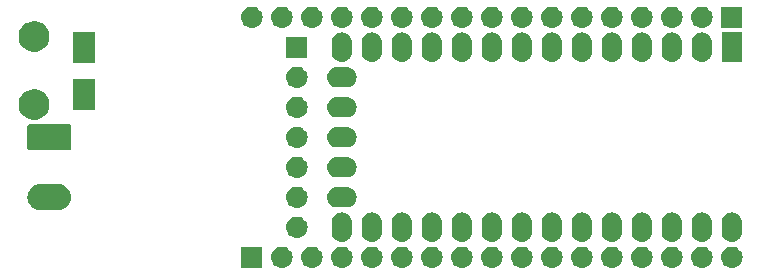
<source format=gbr>
G04 #@! TF.GenerationSoftware,KiCad,Pcbnew,(5.1.4)-1*
G04 #@! TF.CreationDate,2022-02-17T11:55:16+01:00*
G04 #@! TF.ProjectId,ItsyBitsy_BCU_Connector,49747379-4269-4747-9379-5f4243555f43,V01.00*
G04 #@! TF.SameCoordinates,Original*
G04 #@! TF.FileFunction,Soldermask,Bot*
G04 #@! TF.FilePolarity,Negative*
%FSLAX46Y46*%
G04 Gerber Fmt 4.6, Leading zero omitted, Abs format (unit mm)*
G04 Created by KiCad (PCBNEW (5.1.4)-1) date 2022-02-17 11:55:16*
%MOMM*%
%LPD*%
G04 APERTURE LIST*
%ADD10C,0.100000*%
G04 APERTURE END LIST*
D10*
G36*
X205850443Y-90545519D02*
G01*
X205916627Y-90552037D01*
X206086466Y-90603557D01*
X206242991Y-90687222D01*
X206278729Y-90716552D01*
X206380186Y-90799814D01*
X206463448Y-90901271D01*
X206492778Y-90937009D01*
X206576443Y-91093534D01*
X206627963Y-91263373D01*
X206645359Y-91440000D01*
X206627963Y-91616627D01*
X206576443Y-91786466D01*
X206492778Y-91942991D01*
X206463448Y-91978729D01*
X206380186Y-92080186D01*
X206278729Y-92163448D01*
X206242991Y-92192778D01*
X206086466Y-92276443D01*
X205916627Y-92327963D01*
X205850443Y-92334481D01*
X205784260Y-92341000D01*
X205695740Y-92341000D01*
X205629557Y-92334481D01*
X205563373Y-92327963D01*
X205393534Y-92276443D01*
X205237009Y-92192778D01*
X205201271Y-92163448D01*
X205099814Y-92080186D01*
X205016552Y-91978729D01*
X204987222Y-91942991D01*
X204903557Y-91786466D01*
X204852037Y-91616627D01*
X204834641Y-91440000D01*
X204852037Y-91263373D01*
X204903557Y-91093534D01*
X204987222Y-90937009D01*
X205016552Y-90901271D01*
X205099814Y-90799814D01*
X205201271Y-90716552D01*
X205237009Y-90687222D01*
X205393534Y-90603557D01*
X205563373Y-90552037D01*
X205629558Y-90545518D01*
X205695740Y-90539000D01*
X205784260Y-90539000D01*
X205850443Y-90545519D01*
X205850443Y-90545519D01*
G37*
G36*
X185530443Y-90545519D02*
G01*
X185596627Y-90552037D01*
X185766466Y-90603557D01*
X185922991Y-90687222D01*
X185958729Y-90716552D01*
X186060186Y-90799814D01*
X186143448Y-90901271D01*
X186172778Y-90937009D01*
X186256443Y-91093534D01*
X186307963Y-91263373D01*
X186325359Y-91440000D01*
X186307963Y-91616627D01*
X186256443Y-91786466D01*
X186172778Y-91942991D01*
X186143448Y-91978729D01*
X186060186Y-92080186D01*
X185958729Y-92163448D01*
X185922991Y-92192778D01*
X185766466Y-92276443D01*
X185596627Y-92327963D01*
X185530443Y-92334481D01*
X185464260Y-92341000D01*
X185375740Y-92341000D01*
X185309557Y-92334481D01*
X185243373Y-92327963D01*
X185073534Y-92276443D01*
X184917009Y-92192778D01*
X184881271Y-92163448D01*
X184779814Y-92080186D01*
X184696552Y-91978729D01*
X184667222Y-91942991D01*
X184583557Y-91786466D01*
X184532037Y-91616627D01*
X184514641Y-91440000D01*
X184532037Y-91263373D01*
X184583557Y-91093534D01*
X184667222Y-90937009D01*
X184696552Y-90901271D01*
X184779814Y-90799814D01*
X184881271Y-90716552D01*
X184917009Y-90687222D01*
X185073534Y-90603557D01*
X185243373Y-90552037D01*
X185309558Y-90545518D01*
X185375740Y-90539000D01*
X185464260Y-90539000D01*
X185530443Y-90545519D01*
X185530443Y-90545519D01*
G37*
G36*
X166001000Y-92341000D02*
G01*
X164199000Y-92341000D01*
X164199000Y-90539000D01*
X166001000Y-90539000D01*
X166001000Y-92341000D01*
X166001000Y-92341000D01*
G37*
G36*
X167750443Y-90545519D02*
G01*
X167816627Y-90552037D01*
X167986466Y-90603557D01*
X168142991Y-90687222D01*
X168178729Y-90716552D01*
X168280186Y-90799814D01*
X168363448Y-90901271D01*
X168392778Y-90937009D01*
X168476443Y-91093534D01*
X168527963Y-91263373D01*
X168545359Y-91440000D01*
X168527963Y-91616627D01*
X168476443Y-91786466D01*
X168392778Y-91942991D01*
X168363448Y-91978729D01*
X168280186Y-92080186D01*
X168178729Y-92163448D01*
X168142991Y-92192778D01*
X167986466Y-92276443D01*
X167816627Y-92327963D01*
X167750443Y-92334481D01*
X167684260Y-92341000D01*
X167595740Y-92341000D01*
X167529557Y-92334481D01*
X167463373Y-92327963D01*
X167293534Y-92276443D01*
X167137009Y-92192778D01*
X167101271Y-92163448D01*
X166999814Y-92080186D01*
X166916552Y-91978729D01*
X166887222Y-91942991D01*
X166803557Y-91786466D01*
X166752037Y-91616627D01*
X166734641Y-91440000D01*
X166752037Y-91263373D01*
X166803557Y-91093534D01*
X166887222Y-90937009D01*
X166916552Y-90901271D01*
X166999814Y-90799814D01*
X167101271Y-90716552D01*
X167137009Y-90687222D01*
X167293534Y-90603557D01*
X167463373Y-90552037D01*
X167529558Y-90545518D01*
X167595740Y-90539000D01*
X167684260Y-90539000D01*
X167750443Y-90545519D01*
X167750443Y-90545519D01*
G37*
G36*
X170290443Y-90545519D02*
G01*
X170356627Y-90552037D01*
X170526466Y-90603557D01*
X170682991Y-90687222D01*
X170718729Y-90716552D01*
X170820186Y-90799814D01*
X170903448Y-90901271D01*
X170932778Y-90937009D01*
X171016443Y-91093534D01*
X171067963Y-91263373D01*
X171085359Y-91440000D01*
X171067963Y-91616627D01*
X171016443Y-91786466D01*
X170932778Y-91942991D01*
X170903448Y-91978729D01*
X170820186Y-92080186D01*
X170718729Y-92163448D01*
X170682991Y-92192778D01*
X170526466Y-92276443D01*
X170356627Y-92327963D01*
X170290443Y-92334481D01*
X170224260Y-92341000D01*
X170135740Y-92341000D01*
X170069557Y-92334481D01*
X170003373Y-92327963D01*
X169833534Y-92276443D01*
X169677009Y-92192778D01*
X169641271Y-92163448D01*
X169539814Y-92080186D01*
X169456552Y-91978729D01*
X169427222Y-91942991D01*
X169343557Y-91786466D01*
X169292037Y-91616627D01*
X169274641Y-91440000D01*
X169292037Y-91263373D01*
X169343557Y-91093534D01*
X169427222Y-90937009D01*
X169456552Y-90901271D01*
X169539814Y-90799814D01*
X169641271Y-90716552D01*
X169677009Y-90687222D01*
X169833534Y-90603557D01*
X170003373Y-90552037D01*
X170069558Y-90545518D01*
X170135740Y-90539000D01*
X170224260Y-90539000D01*
X170290443Y-90545519D01*
X170290443Y-90545519D01*
G37*
G36*
X172830443Y-90545519D02*
G01*
X172896627Y-90552037D01*
X173066466Y-90603557D01*
X173222991Y-90687222D01*
X173258729Y-90716552D01*
X173360186Y-90799814D01*
X173443448Y-90901271D01*
X173472778Y-90937009D01*
X173556443Y-91093534D01*
X173607963Y-91263373D01*
X173625359Y-91440000D01*
X173607963Y-91616627D01*
X173556443Y-91786466D01*
X173472778Y-91942991D01*
X173443448Y-91978729D01*
X173360186Y-92080186D01*
X173258729Y-92163448D01*
X173222991Y-92192778D01*
X173066466Y-92276443D01*
X172896627Y-92327963D01*
X172830443Y-92334481D01*
X172764260Y-92341000D01*
X172675740Y-92341000D01*
X172609557Y-92334481D01*
X172543373Y-92327963D01*
X172373534Y-92276443D01*
X172217009Y-92192778D01*
X172181271Y-92163448D01*
X172079814Y-92080186D01*
X171996552Y-91978729D01*
X171967222Y-91942991D01*
X171883557Y-91786466D01*
X171832037Y-91616627D01*
X171814641Y-91440000D01*
X171832037Y-91263373D01*
X171883557Y-91093534D01*
X171967222Y-90937009D01*
X171996552Y-90901271D01*
X172079814Y-90799814D01*
X172181271Y-90716552D01*
X172217009Y-90687222D01*
X172373534Y-90603557D01*
X172543373Y-90552037D01*
X172609558Y-90545518D01*
X172675740Y-90539000D01*
X172764260Y-90539000D01*
X172830443Y-90545519D01*
X172830443Y-90545519D01*
G37*
G36*
X175370443Y-90545519D02*
G01*
X175436627Y-90552037D01*
X175606466Y-90603557D01*
X175762991Y-90687222D01*
X175798729Y-90716552D01*
X175900186Y-90799814D01*
X175983448Y-90901271D01*
X176012778Y-90937009D01*
X176096443Y-91093534D01*
X176147963Y-91263373D01*
X176165359Y-91440000D01*
X176147963Y-91616627D01*
X176096443Y-91786466D01*
X176012778Y-91942991D01*
X175983448Y-91978729D01*
X175900186Y-92080186D01*
X175798729Y-92163448D01*
X175762991Y-92192778D01*
X175606466Y-92276443D01*
X175436627Y-92327963D01*
X175370443Y-92334481D01*
X175304260Y-92341000D01*
X175215740Y-92341000D01*
X175149557Y-92334481D01*
X175083373Y-92327963D01*
X174913534Y-92276443D01*
X174757009Y-92192778D01*
X174721271Y-92163448D01*
X174619814Y-92080186D01*
X174536552Y-91978729D01*
X174507222Y-91942991D01*
X174423557Y-91786466D01*
X174372037Y-91616627D01*
X174354641Y-91440000D01*
X174372037Y-91263373D01*
X174423557Y-91093534D01*
X174507222Y-90937009D01*
X174536552Y-90901271D01*
X174619814Y-90799814D01*
X174721271Y-90716552D01*
X174757009Y-90687222D01*
X174913534Y-90603557D01*
X175083373Y-90552037D01*
X175149558Y-90545518D01*
X175215740Y-90539000D01*
X175304260Y-90539000D01*
X175370443Y-90545519D01*
X175370443Y-90545519D01*
G37*
G36*
X177910443Y-90545519D02*
G01*
X177976627Y-90552037D01*
X178146466Y-90603557D01*
X178302991Y-90687222D01*
X178338729Y-90716552D01*
X178440186Y-90799814D01*
X178523448Y-90901271D01*
X178552778Y-90937009D01*
X178636443Y-91093534D01*
X178687963Y-91263373D01*
X178705359Y-91440000D01*
X178687963Y-91616627D01*
X178636443Y-91786466D01*
X178552778Y-91942991D01*
X178523448Y-91978729D01*
X178440186Y-92080186D01*
X178338729Y-92163448D01*
X178302991Y-92192778D01*
X178146466Y-92276443D01*
X177976627Y-92327963D01*
X177910443Y-92334481D01*
X177844260Y-92341000D01*
X177755740Y-92341000D01*
X177689557Y-92334481D01*
X177623373Y-92327963D01*
X177453534Y-92276443D01*
X177297009Y-92192778D01*
X177261271Y-92163448D01*
X177159814Y-92080186D01*
X177076552Y-91978729D01*
X177047222Y-91942991D01*
X176963557Y-91786466D01*
X176912037Y-91616627D01*
X176894641Y-91440000D01*
X176912037Y-91263373D01*
X176963557Y-91093534D01*
X177047222Y-90937009D01*
X177076552Y-90901271D01*
X177159814Y-90799814D01*
X177261271Y-90716552D01*
X177297009Y-90687222D01*
X177453534Y-90603557D01*
X177623373Y-90552037D01*
X177689558Y-90545518D01*
X177755740Y-90539000D01*
X177844260Y-90539000D01*
X177910443Y-90545519D01*
X177910443Y-90545519D01*
G37*
G36*
X180450443Y-90545519D02*
G01*
X180516627Y-90552037D01*
X180686466Y-90603557D01*
X180842991Y-90687222D01*
X180878729Y-90716552D01*
X180980186Y-90799814D01*
X181063448Y-90901271D01*
X181092778Y-90937009D01*
X181176443Y-91093534D01*
X181227963Y-91263373D01*
X181245359Y-91440000D01*
X181227963Y-91616627D01*
X181176443Y-91786466D01*
X181092778Y-91942991D01*
X181063448Y-91978729D01*
X180980186Y-92080186D01*
X180878729Y-92163448D01*
X180842991Y-92192778D01*
X180686466Y-92276443D01*
X180516627Y-92327963D01*
X180450443Y-92334481D01*
X180384260Y-92341000D01*
X180295740Y-92341000D01*
X180229557Y-92334481D01*
X180163373Y-92327963D01*
X179993534Y-92276443D01*
X179837009Y-92192778D01*
X179801271Y-92163448D01*
X179699814Y-92080186D01*
X179616552Y-91978729D01*
X179587222Y-91942991D01*
X179503557Y-91786466D01*
X179452037Y-91616627D01*
X179434641Y-91440000D01*
X179452037Y-91263373D01*
X179503557Y-91093534D01*
X179587222Y-90937009D01*
X179616552Y-90901271D01*
X179699814Y-90799814D01*
X179801271Y-90716552D01*
X179837009Y-90687222D01*
X179993534Y-90603557D01*
X180163373Y-90552037D01*
X180229558Y-90545518D01*
X180295740Y-90539000D01*
X180384260Y-90539000D01*
X180450443Y-90545519D01*
X180450443Y-90545519D01*
G37*
G36*
X188070443Y-90545519D02*
G01*
X188136627Y-90552037D01*
X188306466Y-90603557D01*
X188462991Y-90687222D01*
X188498729Y-90716552D01*
X188600186Y-90799814D01*
X188683448Y-90901271D01*
X188712778Y-90937009D01*
X188796443Y-91093534D01*
X188847963Y-91263373D01*
X188865359Y-91440000D01*
X188847963Y-91616627D01*
X188796443Y-91786466D01*
X188712778Y-91942991D01*
X188683448Y-91978729D01*
X188600186Y-92080186D01*
X188498729Y-92163448D01*
X188462991Y-92192778D01*
X188306466Y-92276443D01*
X188136627Y-92327963D01*
X188070443Y-92334481D01*
X188004260Y-92341000D01*
X187915740Y-92341000D01*
X187849557Y-92334481D01*
X187783373Y-92327963D01*
X187613534Y-92276443D01*
X187457009Y-92192778D01*
X187421271Y-92163448D01*
X187319814Y-92080186D01*
X187236552Y-91978729D01*
X187207222Y-91942991D01*
X187123557Y-91786466D01*
X187072037Y-91616627D01*
X187054641Y-91440000D01*
X187072037Y-91263373D01*
X187123557Y-91093534D01*
X187207222Y-90937009D01*
X187236552Y-90901271D01*
X187319814Y-90799814D01*
X187421271Y-90716552D01*
X187457009Y-90687222D01*
X187613534Y-90603557D01*
X187783373Y-90552037D01*
X187849558Y-90545518D01*
X187915740Y-90539000D01*
X188004260Y-90539000D01*
X188070443Y-90545519D01*
X188070443Y-90545519D01*
G37*
G36*
X190610443Y-90545519D02*
G01*
X190676627Y-90552037D01*
X190846466Y-90603557D01*
X191002991Y-90687222D01*
X191038729Y-90716552D01*
X191140186Y-90799814D01*
X191223448Y-90901271D01*
X191252778Y-90937009D01*
X191336443Y-91093534D01*
X191387963Y-91263373D01*
X191405359Y-91440000D01*
X191387963Y-91616627D01*
X191336443Y-91786466D01*
X191252778Y-91942991D01*
X191223448Y-91978729D01*
X191140186Y-92080186D01*
X191038729Y-92163448D01*
X191002991Y-92192778D01*
X190846466Y-92276443D01*
X190676627Y-92327963D01*
X190610443Y-92334481D01*
X190544260Y-92341000D01*
X190455740Y-92341000D01*
X190389557Y-92334481D01*
X190323373Y-92327963D01*
X190153534Y-92276443D01*
X189997009Y-92192778D01*
X189961271Y-92163448D01*
X189859814Y-92080186D01*
X189776552Y-91978729D01*
X189747222Y-91942991D01*
X189663557Y-91786466D01*
X189612037Y-91616627D01*
X189594641Y-91440000D01*
X189612037Y-91263373D01*
X189663557Y-91093534D01*
X189747222Y-90937009D01*
X189776552Y-90901271D01*
X189859814Y-90799814D01*
X189961271Y-90716552D01*
X189997009Y-90687222D01*
X190153534Y-90603557D01*
X190323373Y-90552037D01*
X190389558Y-90545518D01*
X190455740Y-90539000D01*
X190544260Y-90539000D01*
X190610443Y-90545519D01*
X190610443Y-90545519D01*
G37*
G36*
X193150443Y-90545519D02*
G01*
X193216627Y-90552037D01*
X193386466Y-90603557D01*
X193542991Y-90687222D01*
X193578729Y-90716552D01*
X193680186Y-90799814D01*
X193763448Y-90901271D01*
X193792778Y-90937009D01*
X193876443Y-91093534D01*
X193927963Y-91263373D01*
X193945359Y-91440000D01*
X193927963Y-91616627D01*
X193876443Y-91786466D01*
X193792778Y-91942991D01*
X193763448Y-91978729D01*
X193680186Y-92080186D01*
X193578729Y-92163448D01*
X193542991Y-92192778D01*
X193386466Y-92276443D01*
X193216627Y-92327963D01*
X193150443Y-92334481D01*
X193084260Y-92341000D01*
X192995740Y-92341000D01*
X192929557Y-92334481D01*
X192863373Y-92327963D01*
X192693534Y-92276443D01*
X192537009Y-92192778D01*
X192501271Y-92163448D01*
X192399814Y-92080186D01*
X192316552Y-91978729D01*
X192287222Y-91942991D01*
X192203557Y-91786466D01*
X192152037Y-91616627D01*
X192134641Y-91440000D01*
X192152037Y-91263373D01*
X192203557Y-91093534D01*
X192287222Y-90937009D01*
X192316552Y-90901271D01*
X192399814Y-90799814D01*
X192501271Y-90716552D01*
X192537009Y-90687222D01*
X192693534Y-90603557D01*
X192863373Y-90552037D01*
X192929558Y-90545518D01*
X192995740Y-90539000D01*
X193084260Y-90539000D01*
X193150443Y-90545519D01*
X193150443Y-90545519D01*
G37*
G36*
X195690443Y-90545519D02*
G01*
X195756627Y-90552037D01*
X195926466Y-90603557D01*
X196082991Y-90687222D01*
X196118729Y-90716552D01*
X196220186Y-90799814D01*
X196303448Y-90901271D01*
X196332778Y-90937009D01*
X196416443Y-91093534D01*
X196467963Y-91263373D01*
X196485359Y-91440000D01*
X196467963Y-91616627D01*
X196416443Y-91786466D01*
X196332778Y-91942991D01*
X196303448Y-91978729D01*
X196220186Y-92080186D01*
X196118729Y-92163448D01*
X196082991Y-92192778D01*
X195926466Y-92276443D01*
X195756627Y-92327963D01*
X195690443Y-92334481D01*
X195624260Y-92341000D01*
X195535740Y-92341000D01*
X195469557Y-92334481D01*
X195403373Y-92327963D01*
X195233534Y-92276443D01*
X195077009Y-92192778D01*
X195041271Y-92163448D01*
X194939814Y-92080186D01*
X194856552Y-91978729D01*
X194827222Y-91942991D01*
X194743557Y-91786466D01*
X194692037Y-91616627D01*
X194674641Y-91440000D01*
X194692037Y-91263373D01*
X194743557Y-91093534D01*
X194827222Y-90937009D01*
X194856552Y-90901271D01*
X194939814Y-90799814D01*
X195041271Y-90716552D01*
X195077009Y-90687222D01*
X195233534Y-90603557D01*
X195403373Y-90552037D01*
X195469558Y-90545518D01*
X195535740Y-90539000D01*
X195624260Y-90539000D01*
X195690443Y-90545519D01*
X195690443Y-90545519D01*
G37*
G36*
X198230443Y-90545519D02*
G01*
X198296627Y-90552037D01*
X198466466Y-90603557D01*
X198622991Y-90687222D01*
X198658729Y-90716552D01*
X198760186Y-90799814D01*
X198843448Y-90901271D01*
X198872778Y-90937009D01*
X198956443Y-91093534D01*
X199007963Y-91263373D01*
X199025359Y-91440000D01*
X199007963Y-91616627D01*
X198956443Y-91786466D01*
X198872778Y-91942991D01*
X198843448Y-91978729D01*
X198760186Y-92080186D01*
X198658729Y-92163448D01*
X198622991Y-92192778D01*
X198466466Y-92276443D01*
X198296627Y-92327963D01*
X198230443Y-92334481D01*
X198164260Y-92341000D01*
X198075740Y-92341000D01*
X198009557Y-92334481D01*
X197943373Y-92327963D01*
X197773534Y-92276443D01*
X197617009Y-92192778D01*
X197581271Y-92163448D01*
X197479814Y-92080186D01*
X197396552Y-91978729D01*
X197367222Y-91942991D01*
X197283557Y-91786466D01*
X197232037Y-91616627D01*
X197214641Y-91440000D01*
X197232037Y-91263373D01*
X197283557Y-91093534D01*
X197367222Y-90937009D01*
X197396552Y-90901271D01*
X197479814Y-90799814D01*
X197581271Y-90716552D01*
X197617009Y-90687222D01*
X197773534Y-90603557D01*
X197943373Y-90552037D01*
X198009558Y-90545518D01*
X198075740Y-90539000D01*
X198164260Y-90539000D01*
X198230443Y-90545519D01*
X198230443Y-90545519D01*
G37*
G36*
X200770443Y-90545519D02*
G01*
X200836627Y-90552037D01*
X201006466Y-90603557D01*
X201162991Y-90687222D01*
X201198729Y-90716552D01*
X201300186Y-90799814D01*
X201383448Y-90901271D01*
X201412778Y-90937009D01*
X201496443Y-91093534D01*
X201547963Y-91263373D01*
X201565359Y-91440000D01*
X201547963Y-91616627D01*
X201496443Y-91786466D01*
X201412778Y-91942991D01*
X201383448Y-91978729D01*
X201300186Y-92080186D01*
X201198729Y-92163448D01*
X201162991Y-92192778D01*
X201006466Y-92276443D01*
X200836627Y-92327963D01*
X200770443Y-92334481D01*
X200704260Y-92341000D01*
X200615740Y-92341000D01*
X200549557Y-92334481D01*
X200483373Y-92327963D01*
X200313534Y-92276443D01*
X200157009Y-92192778D01*
X200121271Y-92163448D01*
X200019814Y-92080186D01*
X199936552Y-91978729D01*
X199907222Y-91942991D01*
X199823557Y-91786466D01*
X199772037Y-91616627D01*
X199754641Y-91440000D01*
X199772037Y-91263373D01*
X199823557Y-91093534D01*
X199907222Y-90937009D01*
X199936552Y-90901271D01*
X200019814Y-90799814D01*
X200121271Y-90716552D01*
X200157009Y-90687222D01*
X200313534Y-90603557D01*
X200483373Y-90552037D01*
X200549558Y-90545518D01*
X200615740Y-90539000D01*
X200704260Y-90539000D01*
X200770443Y-90545519D01*
X200770443Y-90545519D01*
G37*
G36*
X203310443Y-90545519D02*
G01*
X203376627Y-90552037D01*
X203546466Y-90603557D01*
X203702991Y-90687222D01*
X203738729Y-90716552D01*
X203840186Y-90799814D01*
X203923448Y-90901271D01*
X203952778Y-90937009D01*
X204036443Y-91093534D01*
X204087963Y-91263373D01*
X204105359Y-91440000D01*
X204087963Y-91616627D01*
X204036443Y-91786466D01*
X203952778Y-91942991D01*
X203923448Y-91978729D01*
X203840186Y-92080186D01*
X203738729Y-92163448D01*
X203702991Y-92192778D01*
X203546466Y-92276443D01*
X203376627Y-92327963D01*
X203310443Y-92334481D01*
X203244260Y-92341000D01*
X203155740Y-92341000D01*
X203089557Y-92334481D01*
X203023373Y-92327963D01*
X202853534Y-92276443D01*
X202697009Y-92192778D01*
X202661271Y-92163448D01*
X202559814Y-92080186D01*
X202476552Y-91978729D01*
X202447222Y-91942991D01*
X202363557Y-91786466D01*
X202312037Y-91616627D01*
X202294641Y-91440000D01*
X202312037Y-91263373D01*
X202363557Y-91093534D01*
X202447222Y-90937009D01*
X202476552Y-90901271D01*
X202559814Y-90799814D01*
X202661271Y-90716552D01*
X202697009Y-90687222D01*
X202853534Y-90603557D01*
X203023373Y-90552037D01*
X203089558Y-90545518D01*
X203155740Y-90539000D01*
X203244260Y-90539000D01*
X203310443Y-90545519D01*
X203310443Y-90545519D01*
G37*
G36*
X182990443Y-90545519D02*
G01*
X183056627Y-90552037D01*
X183226466Y-90603557D01*
X183382991Y-90687222D01*
X183418729Y-90716552D01*
X183520186Y-90799814D01*
X183603448Y-90901271D01*
X183632778Y-90937009D01*
X183716443Y-91093534D01*
X183767963Y-91263373D01*
X183785359Y-91440000D01*
X183767963Y-91616627D01*
X183716443Y-91786466D01*
X183632778Y-91942991D01*
X183603448Y-91978729D01*
X183520186Y-92080186D01*
X183418729Y-92163448D01*
X183382991Y-92192778D01*
X183226466Y-92276443D01*
X183056627Y-92327963D01*
X182990443Y-92334481D01*
X182924260Y-92341000D01*
X182835740Y-92341000D01*
X182769557Y-92334481D01*
X182703373Y-92327963D01*
X182533534Y-92276443D01*
X182377009Y-92192778D01*
X182341271Y-92163448D01*
X182239814Y-92080186D01*
X182156552Y-91978729D01*
X182127222Y-91942991D01*
X182043557Y-91786466D01*
X181992037Y-91616627D01*
X181974641Y-91440000D01*
X181992037Y-91263373D01*
X182043557Y-91093534D01*
X182127222Y-90937009D01*
X182156552Y-90901271D01*
X182239814Y-90799814D01*
X182341271Y-90716552D01*
X182377009Y-90687222D01*
X182533534Y-90603557D01*
X182703373Y-90552037D01*
X182769558Y-90545518D01*
X182835740Y-90539000D01*
X182924260Y-90539000D01*
X182990443Y-90545519D01*
X182990443Y-90545519D01*
G37*
G36*
X190666823Y-87661313D02*
G01*
X190827242Y-87709976D01*
X190959906Y-87780886D01*
X190975078Y-87788996D01*
X191104659Y-87895341D01*
X191211004Y-88024922D01*
X191211005Y-88024924D01*
X191290024Y-88172758D01*
X191338687Y-88333178D01*
X191351000Y-88458197D01*
X191351000Y-89341804D01*
X191338687Y-89466823D01*
X191290024Y-89627242D01*
X191276374Y-89652779D01*
X191211004Y-89775078D01*
X191200429Y-89787963D01*
X191104659Y-89904659D01*
X190975077Y-90011005D01*
X190827241Y-90090024D01*
X190666822Y-90138687D01*
X190500000Y-90155117D01*
X190333177Y-90138687D01*
X190172758Y-90090024D01*
X190024924Y-90011005D01*
X190024922Y-90011004D01*
X189895341Y-89904659D01*
X189810270Y-89801000D01*
X189788995Y-89775077D01*
X189709976Y-89627241D01*
X189661313Y-89466822D01*
X189649000Y-89341803D01*
X189649000Y-88458197D01*
X189661314Y-88333177D01*
X189709977Y-88172758D01*
X189788996Y-88024924D01*
X189788997Y-88024922D01*
X189895342Y-87895341D01*
X190024923Y-87788996D01*
X190040095Y-87780886D01*
X190172759Y-87709976D01*
X190333178Y-87661313D01*
X190500000Y-87644883D01*
X190666823Y-87661313D01*
X190666823Y-87661313D01*
G37*
G36*
X175426823Y-87661313D02*
G01*
X175587242Y-87709976D01*
X175719906Y-87780886D01*
X175735078Y-87788996D01*
X175864659Y-87895341D01*
X175971004Y-88024922D01*
X175971005Y-88024924D01*
X176050024Y-88172758D01*
X176098687Y-88333178D01*
X176111000Y-88458197D01*
X176111000Y-89341804D01*
X176098687Y-89466823D01*
X176050024Y-89627242D01*
X176036374Y-89652779D01*
X175971004Y-89775078D01*
X175960429Y-89787963D01*
X175864659Y-89904659D01*
X175735077Y-90011005D01*
X175587241Y-90090024D01*
X175426822Y-90138687D01*
X175260000Y-90155117D01*
X175093177Y-90138687D01*
X174932758Y-90090024D01*
X174784924Y-90011005D01*
X174784922Y-90011004D01*
X174655341Y-89904659D01*
X174570270Y-89801000D01*
X174548995Y-89775077D01*
X174469976Y-89627241D01*
X174421313Y-89466822D01*
X174409000Y-89341803D01*
X174409000Y-88458197D01*
X174421314Y-88333177D01*
X174469977Y-88172758D01*
X174548996Y-88024924D01*
X174548997Y-88024922D01*
X174655342Y-87895341D01*
X174784923Y-87788996D01*
X174800095Y-87780886D01*
X174932759Y-87709976D01*
X175093178Y-87661313D01*
X175260000Y-87644883D01*
X175426823Y-87661313D01*
X175426823Y-87661313D01*
G37*
G36*
X180506823Y-87661313D02*
G01*
X180667242Y-87709976D01*
X180799906Y-87780886D01*
X180815078Y-87788996D01*
X180944659Y-87895341D01*
X181051004Y-88024922D01*
X181051005Y-88024924D01*
X181130024Y-88172758D01*
X181178687Y-88333178D01*
X181191000Y-88458197D01*
X181191000Y-89341804D01*
X181178687Y-89466823D01*
X181130024Y-89627242D01*
X181116374Y-89652779D01*
X181051004Y-89775078D01*
X181040429Y-89787963D01*
X180944659Y-89904659D01*
X180815077Y-90011005D01*
X180667241Y-90090024D01*
X180506822Y-90138687D01*
X180340000Y-90155117D01*
X180173177Y-90138687D01*
X180012758Y-90090024D01*
X179864924Y-90011005D01*
X179864922Y-90011004D01*
X179735341Y-89904659D01*
X179650270Y-89801000D01*
X179628995Y-89775077D01*
X179549976Y-89627241D01*
X179501313Y-89466822D01*
X179489000Y-89341803D01*
X179489000Y-88458197D01*
X179501314Y-88333177D01*
X179549977Y-88172758D01*
X179628996Y-88024924D01*
X179628997Y-88024922D01*
X179735342Y-87895341D01*
X179864923Y-87788996D01*
X179880095Y-87780886D01*
X180012759Y-87709976D01*
X180173178Y-87661313D01*
X180340000Y-87644883D01*
X180506823Y-87661313D01*
X180506823Y-87661313D01*
G37*
G36*
X183046823Y-87661313D02*
G01*
X183207242Y-87709976D01*
X183339906Y-87780886D01*
X183355078Y-87788996D01*
X183484659Y-87895341D01*
X183591004Y-88024922D01*
X183591005Y-88024924D01*
X183670024Y-88172758D01*
X183718687Y-88333178D01*
X183731000Y-88458197D01*
X183731000Y-89341804D01*
X183718687Y-89466823D01*
X183670024Y-89627242D01*
X183656374Y-89652779D01*
X183591004Y-89775078D01*
X183580429Y-89787963D01*
X183484659Y-89904659D01*
X183355077Y-90011005D01*
X183207241Y-90090024D01*
X183046822Y-90138687D01*
X182880000Y-90155117D01*
X182713177Y-90138687D01*
X182552758Y-90090024D01*
X182404924Y-90011005D01*
X182404922Y-90011004D01*
X182275341Y-89904659D01*
X182190270Y-89801000D01*
X182168995Y-89775077D01*
X182089976Y-89627241D01*
X182041313Y-89466822D01*
X182029000Y-89341803D01*
X182029000Y-88458197D01*
X182041314Y-88333177D01*
X182089977Y-88172758D01*
X182168996Y-88024924D01*
X182168997Y-88024922D01*
X182275342Y-87895341D01*
X182404923Y-87788996D01*
X182420095Y-87780886D01*
X182552759Y-87709976D01*
X182713178Y-87661313D01*
X182880000Y-87644883D01*
X183046823Y-87661313D01*
X183046823Y-87661313D01*
G37*
G36*
X185586823Y-87661313D02*
G01*
X185747242Y-87709976D01*
X185879906Y-87780886D01*
X185895078Y-87788996D01*
X186024659Y-87895341D01*
X186131004Y-88024922D01*
X186131005Y-88024924D01*
X186210024Y-88172758D01*
X186258687Y-88333178D01*
X186271000Y-88458197D01*
X186271000Y-89341804D01*
X186258687Y-89466823D01*
X186210024Y-89627242D01*
X186196374Y-89652779D01*
X186131004Y-89775078D01*
X186120429Y-89787963D01*
X186024659Y-89904659D01*
X185895077Y-90011005D01*
X185747241Y-90090024D01*
X185586822Y-90138687D01*
X185420000Y-90155117D01*
X185253177Y-90138687D01*
X185092758Y-90090024D01*
X184944924Y-90011005D01*
X184944922Y-90011004D01*
X184815341Y-89904659D01*
X184730270Y-89801000D01*
X184708995Y-89775077D01*
X184629976Y-89627241D01*
X184581313Y-89466822D01*
X184569000Y-89341803D01*
X184569000Y-88458197D01*
X184581314Y-88333177D01*
X184629977Y-88172758D01*
X184708996Y-88024924D01*
X184708997Y-88024922D01*
X184815342Y-87895341D01*
X184944923Y-87788996D01*
X184960095Y-87780886D01*
X185092759Y-87709976D01*
X185253178Y-87661313D01*
X185420000Y-87644883D01*
X185586823Y-87661313D01*
X185586823Y-87661313D01*
G37*
G36*
X188126823Y-87661313D02*
G01*
X188287242Y-87709976D01*
X188419906Y-87780886D01*
X188435078Y-87788996D01*
X188564659Y-87895341D01*
X188671004Y-88024922D01*
X188671005Y-88024924D01*
X188750024Y-88172758D01*
X188798687Y-88333178D01*
X188811000Y-88458197D01*
X188811000Y-89341804D01*
X188798687Y-89466823D01*
X188750024Y-89627242D01*
X188736374Y-89652779D01*
X188671004Y-89775078D01*
X188660429Y-89787963D01*
X188564659Y-89904659D01*
X188435077Y-90011005D01*
X188287241Y-90090024D01*
X188126822Y-90138687D01*
X187960000Y-90155117D01*
X187793177Y-90138687D01*
X187632758Y-90090024D01*
X187484924Y-90011005D01*
X187484922Y-90011004D01*
X187355341Y-89904659D01*
X187270270Y-89801000D01*
X187248995Y-89775077D01*
X187169976Y-89627241D01*
X187121313Y-89466822D01*
X187109000Y-89341803D01*
X187109000Y-88458197D01*
X187121314Y-88333177D01*
X187169977Y-88172758D01*
X187248996Y-88024924D01*
X187248997Y-88024922D01*
X187355342Y-87895341D01*
X187484923Y-87788996D01*
X187500095Y-87780886D01*
X187632759Y-87709976D01*
X187793178Y-87661313D01*
X187960000Y-87644883D01*
X188126823Y-87661313D01*
X188126823Y-87661313D01*
G37*
G36*
X193206823Y-87661313D02*
G01*
X193367242Y-87709976D01*
X193499906Y-87780886D01*
X193515078Y-87788996D01*
X193644659Y-87895341D01*
X193751004Y-88024922D01*
X193751005Y-88024924D01*
X193830024Y-88172758D01*
X193878687Y-88333178D01*
X193891000Y-88458197D01*
X193891000Y-89341804D01*
X193878687Y-89466823D01*
X193830024Y-89627242D01*
X193816374Y-89652779D01*
X193751004Y-89775078D01*
X193740429Y-89787963D01*
X193644659Y-89904659D01*
X193515077Y-90011005D01*
X193367241Y-90090024D01*
X193206822Y-90138687D01*
X193040000Y-90155117D01*
X192873177Y-90138687D01*
X192712758Y-90090024D01*
X192564924Y-90011005D01*
X192564922Y-90011004D01*
X192435341Y-89904659D01*
X192350270Y-89801000D01*
X192328995Y-89775077D01*
X192249976Y-89627241D01*
X192201313Y-89466822D01*
X192189000Y-89341803D01*
X192189000Y-88458197D01*
X192201314Y-88333177D01*
X192249977Y-88172758D01*
X192328996Y-88024924D01*
X192328997Y-88024922D01*
X192435342Y-87895341D01*
X192564923Y-87788996D01*
X192580095Y-87780886D01*
X192712759Y-87709976D01*
X192873178Y-87661313D01*
X193040000Y-87644883D01*
X193206823Y-87661313D01*
X193206823Y-87661313D01*
G37*
G36*
X198286823Y-87661313D02*
G01*
X198447242Y-87709976D01*
X198579906Y-87780886D01*
X198595078Y-87788996D01*
X198724659Y-87895341D01*
X198831004Y-88024922D01*
X198831005Y-88024924D01*
X198910024Y-88172758D01*
X198958687Y-88333178D01*
X198971000Y-88458197D01*
X198971000Y-89341804D01*
X198958687Y-89466823D01*
X198910024Y-89627242D01*
X198896374Y-89652779D01*
X198831004Y-89775078D01*
X198820429Y-89787963D01*
X198724659Y-89904659D01*
X198595077Y-90011005D01*
X198447241Y-90090024D01*
X198286822Y-90138687D01*
X198120000Y-90155117D01*
X197953177Y-90138687D01*
X197792758Y-90090024D01*
X197644924Y-90011005D01*
X197644922Y-90011004D01*
X197515341Y-89904659D01*
X197430270Y-89801000D01*
X197408995Y-89775077D01*
X197329976Y-89627241D01*
X197281313Y-89466822D01*
X197269000Y-89341803D01*
X197269000Y-88458197D01*
X197281314Y-88333177D01*
X197329977Y-88172758D01*
X197408996Y-88024924D01*
X197408997Y-88024922D01*
X197515342Y-87895341D01*
X197644923Y-87788996D01*
X197660095Y-87780886D01*
X197792759Y-87709976D01*
X197953178Y-87661313D01*
X198120000Y-87644883D01*
X198286823Y-87661313D01*
X198286823Y-87661313D01*
G37*
G36*
X200826823Y-87661313D02*
G01*
X200987242Y-87709976D01*
X201119906Y-87780886D01*
X201135078Y-87788996D01*
X201264659Y-87895341D01*
X201371004Y-88024922D01*
X201371005Y-88024924D01*
X201450024Y-88172758D01*
X201498687Y-88333178D01*
X201511000Y-88458197D01*
X201511000Y-89341804D01*
X201498687Y-89466823D01*
X201450024Y-89627242D01*
X201436374Y-89652779D01*
X201371004Y-89775078D01*
X201360429Y-89787963D01*
X201264659Y-89904659D01*
X201135077Y-90011005D01*
X200987241Y-90090024D01*
X200826822Y-90138687D01*
X200660000Y-90155117D01*
X200493177Y-90138687D01*
X200332758Y-90090024D01*
X200184924Y-90011005D01*
X200184922Y-90011004D01*
X200055341Y-89904659D01*
X199970270Y-89801000D01*
X199948995Y-89775077D01*
X199869976Y-89627241D01*
X199821313Y-89466822D01*
X199809000Y-89341803D01*
X199809000Y-88458197D01*
X199821314Y-88333177D01*
X199869977Y-88172758D01*
X199948996Y-88024924D01*
X199948997Y-88024922D01*
X200055342Y-87895341D01*
X200184923Y-87788996D01*
X200200095Y-87780886D01*
X200332759Y-87709976D01*
X200493178Y-87661313D01*
X200660000Y-87644883D01*
X200826823Y-87661313D01*
X200826823Y-87661313D01*
G37*
G36*
X203366823Y-87661313D02*
G01*
X203527242Y-87709976D01*
X203659906Y-87780886D01*
X203675078Y-87788996D01*
X203804659Y-87895341D01*
X203911004Y-88024922D01*
X203911005Y-88024924D01*
X203990024Y-88172758D01*
X204038687Y-88333178D01*
X204051000Y-88458197D01*
X204051000Y-89341804D01*
X204038687Y-89466823D01*
X203990024Y-89627242D01*
X203976374Y-89652779D01*
X203911004Y-89775078D01*
X203900429Y-89787963D01*
X203804659Y-89904659D01*
X203675077Y-90011005D01*
X203527241Y-90090024D01*
X203366822Y-90138687D01*
X203200000Y-90155117D01*
X203033177Y-90138687D01*
X202872758Y-90090024D01*
X202724924Y-90011005D01*
X202724922Y-90011004D01*
X202595341Y-89904659D01*
X202510270Y-89801000D01*
X202488995Y-89775077D01*
X202409976Y-89627241D01*
X202361313Y-89466822D01*
X202349000Y-89341803D01*
X202349000Y-88458197D01*
X202361314Y-88333177D01*
X202409977Y-88172758D01*
X202488996Y-88024924D01*
X202488997Y-88024922D01*
X202595342Y-87895341D01*
X202724923Y-87788996D01*
X202740095Y-87780886D01*
X202872759Y-87709976D01*
X203033178Y-87661313D01*
X203200000Y-87644883D01*
X203366823Y-87661313D01*
X203366823Y-87661313D01*
G37*
G36*
X205906823Y-87661313D02*
G01*
X206067242Y-87709976D01*
X206199906Y-87780886D01*
X206215078Y-87788996D01*
X206344659Y-87895341D01*
X206451004Y-88024922D01*
X206451005Y-88024924D01*
X206530024Y-88172758D01*
X206578687Y-88333178D01*
X206591000Y-88458197D01*
X206591000Y-89341804D01*
X206578687Y-89466823D01*
X206530024Y-89627242D01*
X206516374Y-89652779D01*
X206451004Y-89775078D01*
X206440429Y-89787963D01*
X206344659Y-89904659D01*
X206215077Y-90011005D01*
X206067241Y-90090024D01*
X205906822Y-90138687D01*
X205740000Y-90155117D01*
X205573177Y-90138687D01*
X205412758Y-90090024D01*
X205264924Y-90011005D01*
X205264922Y-90011004D01*
X205135341Y-89904659D01*
X205050270Y-89801000D01*
X205028995Y-89775077D01*
X204949976Y-89627241D01*
X204901313Y-89466822D01*
X204889000Y-89341803D01*
X204889000Y-88458197D01*
X204901314Y-88333177D01*
X204949977Y-88172758D01*
X205028996Y-88024924D01*
X205028997Y-88024922D01*
X205135342Y-87895341D01*
X205264923Y-87788996D01*
X205280095Y-87780886D01*
X205412759Y-87709976D01*
X205573178Y-87661313D01*
X205740000Y-87644883D01*
X205906823Y-87661313D01*
X205906823Y-87661313D01*
G37*
G36*
X177966823Y-87661313D02*
G01*
X178127242Y-87709976D01*
X178259906Y-87780886D01*
X178275078Y-87788996D01*
X178404659Y-87895341D01*
X178511004Y-88024922D01*
X178511005Y-88024924D01*
X178590024Y-88172758D01*
X178638687Y-88333178D01*
X178651000Y-88458197D01*
X178651000Y-89341804D01*
X178638687Y-89466823D01*
X178590024Y-89627242D01*
X178576374Y-89652779D01*
X178511004Y-89775078D01*
X178500429Y-89787963D01*
X178404659Y-89904659D01*
X178275077Y-90011005D01*
X178127241Y-90090024D01*
X177966822Y-90138687D01*
X177800000Y-90155117D01*
X177633177Y-90138687D01*
X177472758Y-90090024D01*
X177324924Y-90011005D01*
X177324922Y-90011004D01*
X177195341Y-89904659D01*
X177110270Y-89801000D01*
X177088995Y-89775077D01*
X177009976Y-89627241D01*
X176961313Y-89466822D01*
X176949000Y-89341803D01*
X176949000Y-88458197D01*
X176961314Y-88333177D01*
X177009977Y-88172758D01*
X177088996Y-88024924D01*
X177088997Y-88024922D01*
X177195342Y-87895341D01*
X177324923Y-87788996D01*
X177340095Y-87780886D01*
X177472759Y-87709976D01*
X177633178Y-87661313D01*
X177800000Y-87644883D01*
X177966823Y-87661313D01*
X177966823Y-87661313D01*
G37*
G36*
X172886823Y-87661313D02*
G01*
X173047242Y-87709976D01*
X173179906Y-87780886D01*
X173195078Y-87788996D01*
X173324659Y-87895341D01*
X173431004Y-88024922D01*
X173431005Y-88024924D01*
X173510024Y-88172758D01*
X173558687Y-88333178D01*
X173571000Y-88458197D01*
X173571000Y-89341804D01*
X173558687Y-89466823D01*
X173510024Y-89627242D01*
X173496374Y-89652779D01*
X173431004Y-89775078D01*
X173420429Y-89787963D01*
X173324659Y-89904659D01*
X173195077Y-90011005D01*
X173047241Y-90090024D01*
X172886822Y-90138687D01*
X172720000Y-90155117D01*
X172553177Y-90138687D01*
X172392758Y-90090024D01*
X172244924Y-90011005D01*
X172244922Y-90011004D01*
X172115341Y-89904659D01*
X172030270Y-89801000D01*
X172008995Y-89775077D01*
X171929976Y-89627241D01*
X171881313Y-89466822D01*
X171869000Y-89341803D01*
X171869000Y-88458197D01*
X171881314Y-88333177D01*
X171929977Y-88172758D01*
X172008996Y-88024924D01*
X172008997Y-88024922D01*
X172115342Y-87895341D01*
X172244923Y-87788996D01*
X172260095Y-87780886D01*
X172392759Y-87709976D01*
X172553178Y-87661313D01*
X172720000Y-87644883D01*
X172886823Y-87661313D01*
X172886823Y-87661313D01*
G37*
G36*
X195746823Y-87661313D02*
G01*
X195907242Y-87709976D01*
X196039906Y-87780886D01*
X196055078Y-87788996D01*
X196184659Y-87895341D01*
X196291004Y-88024922D01*
X196291005Y-88024924D01*
X196370024Y-88172758D01*
X196418687Y-88333178D01*
X196431000Y-88458197D01*
X196431000Y-89341804D01*
X196418687Y-89466823D01*
X196370024Y-89627242D01*
X196356374Y-89652779D01*
X196291004Y-89775078D01*
X196280429Y-89787963D01*
X196184659Y-89904659D01*
X196055077Y-90011005D01*
X195907241Y-90090024D01*
X195746822Y-90138687D01*
X195580000Y-90155117D01*
X195413177Y-90138687D01*
X195252758Y-90090024D01*
X195104924Y-90011005D01*
X195104922Y-90011004D01*
X194975341Y-89904659D01*
X194890270Y-89801000D01*
X194868995Y-89775077D01*
X194789976Y-89627241D01*
X194741313Y-89466822D01*
X194729000Y-89341803D01*
X194729000Y-88458197D01*
X194741314Y-88333177D01*
X194789977Y-88172758D01*
X194868996Y-88024924D01*
X194868997Y-88024922D01*
X194975342Y-87895341D01*
X195104923Y-87788996D01*
X195120095Y-87780886D01*
X195252759Y-87709976D01*
X195413178Y-87661313D01*
X195580000Y-87644883D01*
X195746823Y-87661313D01*
X195746823Y-87661313D01*
G37*
G36*
X169020443Y-88005519D02*
G01*
X169086627Y-88012037D01*
X169256466Y-88063557D01*
X169412991Y-88147222D01*
X169444106Y-88172758D01*
X169550186Y-88259814D01*
X169610393Y-88333178D01*
X169662778Y-88397009D01*
X169746443Y-88553534D01*
X169797963Y-88723373D01*
X169815359Y-88900000D01*
X169797963Y-89076627D01*
X169746443Y-89246466D01*
X169662778Y-89402991D01*
X169633448Y-89438729D01*
X169550186Y-89540186D01*
X169448729Y-89623448D01*
X169412991Y-89652778D01*
X169256466Y-89736443D01*
X169086627Y-89787963D01*
X169020443Y-89794481D01*
X168954260Y-89801000D01*
X168865740Y-89801000D01*
X168799557Y-89794481D01*
X168733373Y-89787963D01*
X168563534Y-89736443D01*
X168407009Y-89652778D01*
X168371271Y-89623448D01*
X168269814Y-89540186D01*
X168186552Y-89438729D01*
X168157222Y-89402991D01*
X168073557Y-89246466D01*
X168022037Y-89076627D01*
X168004641Y-88900000D01*
X168022037Y-88723373D01*
X168073557Y-88553534D01*
X168157222Y-88397009D01*
X168209607Y-88333178D01*
X168269814Y-88259814D01*
X168375894Y-88172758D01*
X168407009Y-88147222D01*
X168563534Y-88063557D01*
X168733373Y-88012037D01*
X168799557Y-88005519D01*
X168865740Y-87999000D01*
X168954260Y-87999000D01*
X169020443Y-88005519D01*
X169020443Y-88005519D01*
G37*
G36*
X148928871Y-85284786D02*
G01*
X149134530Y-85347172D01*
X149324055Y-85448475D01*
X149324058Y-85448477D01*
X149324059Y-85448478D01*
X149490186Y-85584814D01*
X149626522Y-85750941D01*
X149626525Y-85750945D01*
X149727828Y-85940470D01*
X149790214Y-86146129D01*
X149811278Y-86360000D01*
X149790214Y-86573871D01*
X149727828Y-86779530D01*
X149626525Y-86969055D01*
X149626523Y-86969058D01*
X149626522Y-86969059D01*
X149490186Y-87135186D01*
X149336880Y-87261000D01*
X149324055Y-87271525D01*
X149134530Y-87372828D01*
X148928871Y-87435214D01*
X148768591Y-87451000D01*
X147141409Y-87451000D01*
X146981129Y-87435214D01*
X146775470Y-87372828D01*
X146585945Y-87271525D01*
X146573120Y-87261000D01*
X146419814Y-87135186D01*
X146283478Y-86969059D01*
X146283477Y-86969058D01*
X146283475Y-86969055D01*
X146182172Y-86779530D01*
X146119786Y-86573871D01*
X146098722Y-86360000D01*
X146119786Y-86146129D01*
X146182172Y-85940470D01*
X146283475Y-85750945D01*
X146283478Y-85750941D01*
X146419814Y-85584814D01*
X146585941Y-85448478D01*
X146585942Y-85448477D01*
X146585945Y-85448475D01*
X146775470Y-85347172D01*
X146981129Y-85284786D01*
X147141409Y-85269000D01*
X148768591Y-85269000D01*
X148928871Y-85284786D01*
X148928871Y-85284786D01*
G37*
G36*
X169020442Y-85465518D02*
G01*
X169086627Y-85472037D01*
X169256466Y-85523557D01*
X169412991Y-85607222D01*
X169448729Y-85636552D01*
X169550186Y-85719814D01*
X169633448Y-85821271D01*
X169662778Y-85857009D01*
X169746443Y-86013534D01*
X169797963Y-86183373D01*
X169815359Y-86360000D01*
X169797963Y-86536627D01*
X169746443Y-86706466D01*
X169662778Y-86862991D01*
X169633448Y-86898729D01*
X169550186Y-87000186D01*
X169448729Y-87083448D01*
X169412991Y-87112778D01*
X169256466Y-87196443D01*
X169086627Y-87247963D01*
X169020442Y-87254482D01*
X168954260Y-87261000D01*
X168865740Y-87261000D01*
X168799558Y-87254482D01*
X168733373Y-87247963D01*
X168563534Y-87196443D01*
X168407009Y-87112778D01*
X168371271Y-87083448D01*
X168269814Y-87000186D01*
X168186552Y-86898729D01*
X168157222Y-86862991D01*
X168073557Y-86706466D01*
X168022037Y-86536627D01*
X168004641Y-86360000D01*
X168022037Y-86183373D01*
X168073557Y-86013534D01*
X168157222Y-85857009D01*
X168186552Y-85821271D01*
X168269814Y-85719814D01*
X168371271Y-85636552D01*
X168407009Y-85607222D01*
X168563534Y-85523557D01*
X168733373Y-85472037D01*
X168799558Y-85465518D01*
X168865740Y-85459000D01*
X168954260Y-85459000D01*
X169020442Y-85465518D01*
X169020442Y-85465518D01*
G37*
G36*
X173286823Y-85521313D02*
G01*
X173447242Y-85569976D01*
X173516922Y-85607221D01*
X173595078Y-85648996D01*
X173724659Y-85755341D01*
X173831004Y-85884922D01*
X173831005Y-85884924D01*
X173910024Y-86032758D01*
X173958687Y-86193177D01*
X173975117Y-86360000D01*
X173958687Y-86526823D01*
X173910024Y-86687242D01*
X173860695Y-86779530D01*
X173831004Y-86835078D01*
X173724659Y-86964659D01*
X173595078Y-87071004D01*
X173595076Y-87071005D01*
X173447242Y-87150024D01*
X173286823Y-87198687D01*
X173161804Y-87211000D01*
X172278196Y-87211000D01*
X172153177Y-87198687D01*
X171992758Y-87150024D01*
X171844924Y-87071005D01*
X171844922Y-87071004D01*
X171715341Y-86964659D01*
X171608996Y-86835078D01*
X171579305Y-86779530D01*
X171529976Y-86687242D01*
X171481313Y-86526823D01*
X171464883Y-86360000D01*
X171481313Y-86193177D01*
X171529976Y-86032758D01*
X171608995Y-85884924D01*
X171608996Y-85884922D01*
X171715341Y-85755341D01*
X171844922Y-85648996D01*
X171923078Y-85607221D01*
X171992758Y-85569976D01*
X172153177Y-85521313D01*
X172278196Y-85509000D01*
X173161804Y-85509000D01*
X173286823Y-85521313D01*
X173286823Y-85521313D01*
G37*
G36*
X169020443Y-82925519D02*
G01*
X169086627Y-82932037D01*
X169256466Y-82983557D01*
X169412991Y-83067222D01*
X169448729Y-83096552D01*
X169550186Y-83179814D01*
X169633448Y-83281271D01*
X169662778Y-83317009D01*
X169746443Y-83473534D01*
X169797963Y-83643373D01*
X169815359Y-83820000D01*
X169797963Y-83996627D01*
X169746443Y-84166466D01*
X169662778Y-84322991D01*
X169633448Y-84358729D01*
X169550186Y-84460186D01*
X169448729Y-84543448D01*
X169412991Y-84572778D01*
X169256466Y-84656443D01*
X169086627Y-84707963D01*
X169020443Y-84714481D01*
X168954260Y-84721000D01*
X168865740Y-84721000D01*
X168799557Y-84714481D01*
X168733373Y-84707963D01*
X168563534Y-84656443D01*
X168407009Y-84572778D01*
X168371271Y-84543448D01*
X168269814Y-84460186D01*
X168186552Y-84358729D01*
X168157222Y-84322991D01*
X168073557Y-84166466D01*
X168022037Y-83996627D01*
X168004641Y-83820000D01*
X168022037Y-83643373D01*
X168073557Y-83473534D01*
X168157222Y-83317009D01*
X168186552Y-83281271D01*
X168269814Y-83179814D01*
X168371271Y-83096552D01*
X168407009Y-83067222D01*
X168563534Y-82983557D01*
X168733373Y-82932037D01*
X168799557Y-82925519D01*
X168865740Y-82919000D01*
X168954260Y-82919000D01*
X169020443Y-82925519D01*
X169020443Y-82925519D01*
G37*
G36*
X173286823Y-82981313D02*
G01*
X173447242Y-83029976D01*
X173516922Y-83067221D01*
X173595078Y-83108996D01*
X173724659Y-83215341D01*
X173831004Y-83344922D01*
X173831005Y-83344924D01*
X173910024Y-83492758D01*
X173958687Y-83653177D01*
X173975117Y-83820000D01*
X173958687Y-83986823D01*
X173910024Y-84147242D01*
X173899747Y-84166468D01*
X173831004Y-84295078D01*
X173724659Y-84424659D01*
X173595078Y-84531004D01*
X173595076Y-84531005D01*
X173447242Y-84610024D01*
X173286823Y-84658687D01*
X173161804Y-84671000D01*
X172278196Y-84671000D01*
X172153177Y-84658687D01*
X171992758Y-84610024D01*
X171844924Y-84531005D01*
X171844922Y-84531004D01*
X171715341Y-84424659D01*
X171608996Y-84295078D01*
X171540253Y-84166468D01*
X171529976Y-84147242D01*
X171481313Y-83986823D01*
X171464883Y-83820000D01*
X171481313Y-83653177D01*
X171529976Y-83492758D01*
X171608995Y-83344924D01*
X171608996Y-83344922D01*
X171715341Y-83215341D01*
X171844922Y-83108996D01*
X171923078Y-83067221D01*
X171992758Y-83029976D01*
X172153177Y-82981313D01*
X172278196Y-82969000D01*
X173161804Y-82969000D01*
X173286823Y-82981313D01*
X173286823Y-82981313D01*
G37*
G36*
X149671217Y-80192808D02*
G01*
X149702489Y-80202294D01*
X149731308Y-80217698D01*
X149756570Y-80238430D01*
X149777302Y-80263692D01*
X149792706Y-80292511D01*
X149802192Y-80323783D01*
X149806000Y-80362448D01*
X149806000Y-82197552D01*
X149802192Y-82236217D01*
X149792706Y-82267489D01*
X149777302Y-82296308D01*
X149756570Y-82321570D01*
X149731308Y-82342302D01*
X149702489Y-82357706D01*
X149671217Y-82367192D01*
X149632552Y-82371000D01*
X146277448Y-82371000D01*
X146238783Y-82367192D01*
X146207511Y-82357706D01*
X146178692Y-82342302D01*
X146153430Y-82321570D01*
X146132698Y-82296308D01*
X146117294Y-82267489D01*
X146107808Y-82236217D01*
X146104000Y-82197552D01*
X146104000Y-80362448D01*
X146107808Y-80323783D01*
X146117294Y-80292511D01*
X146132698Y-80263692D01*
X146153430Y-80238430D01*
X146178692Y-80217698D01*
X146207511Y-80202294D01*
X146238783Y-80192808D01*
X146277448Y-80189000D01*
X149632552Y-80189000D01*
X149671217Y-80192808D01*
X149671217Y-80192808D01*
G37*
G36*
X169020442Y-80385518D02*
G01*
X169086627Y-80392037D01*
X169256466Y-80443557D01*
X169256468Y-80443558D01*
X169334728Y-80485389D01*
X169412991Y-80527222D01*
X169448729Y-80556552D01*
X169550186Y-80639814D01*
X169633448Y-80741271D01*
X169662778Y-80777009D01*
X169746443Y-80933534D01*
X169797963Y-81103373D01*
X169815359Y-81280000D01*
X169797963Y-81456627D01*
X169746443Y-81626466D01*
X169662778Y-81782991D01*
X169633448Y-81818729D01*
X169550186Y-81920186D01*
X169448729Y-82003448D01*
X169412991Y-82032778D01*
X169412989Y-82032779D01*
X169270874Y-82108742D01*
X169256466Y-82116443D01*
X169086627Y-82167963D01*
X169020443Y-82174481D01*
X168954260Y-82181000D01*
X168865740Y-82181000D01*
X168799557Y-82174481D01*
X168733373Y-82167963D01*
X168563534Y-82116443D01*
X168549127Y-82108742D01*
X168407011Y-82032779D01*
X168407009Y-82032778D01*
X168371271Y-82003448D01*
X168269814Y-81920186D01*
X168186552Y-81818729D01*
X168157222Y-81782991D01*
X168073557Y-81626466D01*
X168022037Y-81456627D01*
X168004641Y-81280000D01*
X168022037Y-81103373D01*
X168073557Y-80933534D01*
X168157222Y-80777009D01*
X168186552Y-80741271D01*
X168269814Y-80639814D01*
X168371271Y-80556552D01*
X168407009Y-80527222D01*
X168485272Y-80485389D01*
X168563532Y-80443558D01*
X168563534Y-80443557D01*
X168733373Y-80392037D01*
X168799558Y-80385518D01*
X168865740Y-80379000D01*
X168954260Y-80379000D01*
X169020442Y-80385518D01*
X169020442Y-80385518D01*
G37*
G36*
X173286823Y-80441313D02*
G01*
X173447242Y-80489976D01*
X173516922Y-80527221D01*
X173595078Y-80568996D01*
X173724659Y-80675341D01*
X173831004Y-80804922D01*
X173831005Y-80804924D01*
X173910024Y-80952758D01*
X173958687Y-81113177D01*
X173975117Y-81280000D01*
X173958687Y-81446823D01*
X173910024Y-81607242D01*
X173899747Y-81626468D01*
X173831004Y-81755078D01*
X173724659Y-81884659D01*
X173595078Y-81991004D01*
X173595076Y-81991005D01*
X173447242Y-82070024D01*
X173286823Y-82118687D01*
X173161804Y-82131000D01*
X172278196Y-82131000D01*
X172153177Y-82118687D01*
X171992758Y-82070024D01*
X171844924Y-81991005D01*
X171844922Y-81991004D01*
X171715341Y-81884659D01*
X171608996Y-81755078D01*
X171540253Y-81626468D01*
X171529976Y-81607242D01*
X171481313Y-81446823D01*
X171464883Y-81280000D01*
X171481313Y-81113177D01*
X171529976Y-80952758D01*
X171608995Y-80804924D01*
X171608996Y-80804922D01*
X171715341Y-80675341D01*
X171844922Y-80568996D01*
X171923078Y-80527221D01*
X171992758Y-80489976D01*
X172153177Y-80441313D01*
X172278196Y-80429000D01*
X173161804Y-80429000D01*
X173286823Y-80441313D01*
X173286823Y-80441313D01*
G37*
G36*
X147045487Y-77244996D02*
G01*
X147282253Y-77343068D01*
X147282255Y-77343069D01*
X147495339Y-77485447D01*
X147676553Y-77666661D01*
X147818932Y-77879747D01*
X147917004Y-78116513D01*
X147967000Y-78367861D01*
X147967000Y-78624139D01*
X147917004Y-78875487D01*
X147818932Y-79112253D01*
X147818931Y-79112255D01*
X147676553Y-79325339D01*
X147495339Y-79506553D01*
X147282255Y-79648931D01*
X147282254Y-79648932D01*
X147282253Y-79648932D01*
X147045487Y-79747004D01*
X146794139Y-79797000D01*
X146537861Y-79797000D01*
X146286513Y-79747004D01*
X146049747Y-79648932D01*
X146049746Y-79648932D01*
X146049745Y-79648931D01*
X145836661Y-79506553D01*
X145655447Y-79325339D01*
X145513069Y-79112255D01*
X145513068Y-79112253D01*
X145414996Y-78875487D01*
X145365000Y-78624139D01*
X145365000Y-78367861D01*
X145414996Y-78116513D01*
X145513068Y-77879747D01*
X145655447Y-77666661D01*
X145836661Y-77485447D01*
X146049745Y-77343069D01*
X146049747Y-77343068D01*
X146286513Y-77244996D01*
X146537861Y-77195000D01*
X146794139Y-77195000D01*
X147045487Y-77244996D01*
X147045487Y-77244996D01*
G37*
G36*
X169020443Y-77845519D02*
G01*
X169086627Y-77852037D01*
X169256466Y-77903557D01*
X169412991Y-77987222D01*
X169448729Y-78016552D01*
X169550186Y-78099814D01*
X169633448Y-78201271D01*
X169662778Y-78237009D01*
X169662779Y-78237011D01*
X169732722Y-78367863D01*
X169746443Y-78393534D01*
X169797963Y-78563373D01*
X169815359Y-78740000D01*
X169797963Y-78916627D01*
X169746443Y-79086466D01*
X169746442Y-79086468D01*
X169732658Y-79112255D01*
X169662778Y-79242991D01*
X169633448Y-79278729D01*
X169550186Y-79380186D01*
X169448729Y-79463448D01*
X169412991Y-79492778D01*
X169256466Y-79576443D01*
X169086627Y-79627963D01*
X169020442Y-79634482D01*
X168954260Y-79641000D01*
X168865740Y-79641000D01*
X168799558Y-79634482D01*
X168733373Y-79627963D01*
X168563534Y-79576443D01*
X168407009Y-79492778D01*
X168371271Y-79463448D01*
X168269814Y-79380186D01*
X168186552Y-79278729D01*
X168157222Y-79242991D01*
X168087342Y-79112255D01*
X168073558Y-79086468D01*
X168073557Y-79086466D01*
X168022037Y-78916627D01*
X168004641Y-78740000D01*
X168022037Y-78563373D01*
X168073557Y-78393534D01*
X168087279Y-78367863D01*
X168157221Y-78237011D01*
X168157222Y-78237009D01*
X168186552Y-78201271D01*
X168269814Y-78099814D01*
X168371271Y-78016552D01*
X168407009Y-77987222D01*
X168563534Y-77903557D01*
X168733373Y-77852037D01*
X168799557Y-77845519D01*
X168865740Y-77839000D01*
X168954260Y-77839000D01*
X169020443Y-77845519D01*
X169020443Y-77845519D01*
G37*
G36*
X173286823Y-77901313D02*
G01*
X173447242Y-77949976D01*
X173516922Y-77987221D01*
X173595078Y-78028996D01*
X173724659Y-78135341D01*
X173831004Y-78264922D01*
X173831005Y-78264924D01*
X173910024Y-78412758D01*
X173958687Y-78573177D01*
X173975117Y-78740000D01*
X173958687Y-78906823D01*
X173910024Y-79067242D01*
X173899747Y-79086468D01*
X173831004Y-79215078D01*
X173724659Y-79344659D01*
X173595078Y-79451004D01*
X173595076Y-79451005D01*
X173447242Y-79530024D01*
X173286823Y-79578687D01*
X173161804Y-79591000D01*
X172278196Y-79591000D01*
X172153177Y-79578687D01*
X171992758Y-79530024D01*
X171844924Y-79451005D01*
X171844922Y-79451004D01*
X171715341Y-79344659D01*
X171608996Y-79215078D01*
X171540253Y-79086468D01*
X171529976Y-79067242D01*
X171481313Y-78906823D01*
X171464883Y-78740000D01*
X171481313Y-78573177D01*
X171529976Y-78412758D01*
X171608995Y-78264924D01*
X171608996Y-78264922D01*
X171715341Y-78135341D01*
X171844922Y-78028996D01*
X171923078Y-77987221D01*
X171992758Y-77949976D01*
X172153177Y-77901313D01*
X172278196Y-77889000D01*
X173161804Y-77889000D01*
X173286823Y-77901313D01*
X173286823Y-77901313D01*
G37*
G36*
X151827000Y-78961000D02*
G01*
X149925000Y-78961000D01*
X149925000Y-76359000D01*
X151827000Y-76359000D01*
X151827000Y-78961000D01*
X151827000Y-78961000D01*
G37*
G36*
X169020442Y-75305518D02*
G01*
X169086627Y-75312037D01*
X169256466Y-75363557D01*
X169412991Y-75447222D01*
X169448729Y-75476552D01*
X169550186Y-75559814D01*
X169633448Y-75661271D01*
X169662778Y-75697009D01*
X169746443Y-75853534D01*
X169797963Y-76023373D01*
X169815359Y-76200000D01*
X169797963Y-76376627D01*
X169746443Y-76546466D01*
X169662778Y-76702991D01*
X169633448Y-76738729D01*
X169550186Y-76840186D01*
X169448729Y-76923448D01*
X169412991Y-76952778D01*
X169256466Y-77036443D01*
X169086627Y-77087963D01*
X169020442Y-77094482D01*
X168954260Y-77101000D01*
X168865740Y-77101000D01*
X168799558Y-77094482D01*
X168733373Y-77087963D01*
X168563534Y-77036443D01*
X168407009Y-76952778D01*
X168371271Y-76923448D01*
X168269814Y-76840186D01*
X168186552Y-76738729D01*
X168157222Y-76702991D01*
X168073557Y-76546466D01*
X168022037Y-76376627D01*
X168004641Y-76200000D01*
X168022037Y-76023373D01*
X168073557Y-75853534D01*
X168157222Y-75697009D01*
X168186552Y-75661271D01*
X168269814Y-75559814D01*
X168371271Y-75476552D01*
X168407009Y-75447222D01*
X168563534Y-75363557D01*
X168733373Y-75312037D01*
X168799558Y-75305518D01*
X168865740Y-75299000D01*
X168954260Y-75299000D01*
X169020442Y-75305518D01*
X169020442Y-75305518D01*
G37*
G36*
X173286823Y-75361313D02*
G01*
X173447242Y-75409976D01*
X173516922Y-75447221D01*
X173595078Y-75488996D01*
X173724659Y-75595341D01*
X173831004Y-75724922D01*
X173831005Y-75724924D01*
X173910024Y-75872758D01*
X173958687Y-76033177D01*
X173975117Y-76200000D01*
X173958687Y-76366823D01*
X173910024Y-76527242D01*
X173899747Y-76546468D01*
X173831004Y-76675078D01*
X173724659Y-76804659D01*
X173595078Y-76911004D01*
X173595076Y-76911005D01*
X173447242Y-76990024D01*
X173286823Y-77038687D01*
X173161804Y-77051000D01*
X172278196Y-77051000D01*
X172153177Y-77038687D01*
X171992758Y-76990024D01*
X171844924Y-76911005D01*
X171844922Y-76911004D01*
X171715341Y-76804659D01*
X171608996Y-76675078D01*
X171540253Y-76546468D01*
X171529976Y-76527242D01*
X171481313Y-76366823D01*
X171464883Y-76200000D01*
X171481313Y-76033177D01*
X171529976Y-75872758D01*
X171608995Y-75724924D01*
X171608996Y-75724922D01*
X171715341Y-75595341D01*
X171844922Y-75488996D01*
X171923078Y-75447221D01*
X171992758Y-75409976D01*
X172153177Y-75361313D01*
X172278196Y-75349000D01*
X173161804Y-75349000D01*
X173286823Y-75361313D01*
X173286823Y-75361313D01*
G37*
G36*
X151827000Y-74961000D02*
G01*
X149925000Y-74961000D01*
X149925000Y-72359000D01*
X151827000Y-72359000D01*
X151827000Y-74961000D01*
X151827000Y-74961000D01*
G37*
G36*
X185586823Y-72421313D02*
G01*
X185747242Y-72469976D01*
X185879906Y-72540886D01*
X185895078Y-72548996D01*
X186024659Y-72655341D01*
X186131004Y-72784922D01*
X186131005Y-72784924D01*
X186210024Y-72932758D01*
X186258687Y-73093178D01*
X186271000Y-73218197D01*
X186271000Y-74101804D01*
X186258687Y-74226823D01*
X186210024Y-74387242D01*
X186139114Y-74519906D01*
X186131004Y-74535078D01*
X186109730Y-74561000D01*
X186024659Y-74664659D01*
X185895077Y-74771005D01*
X185747241Y-74850024D01*
X185586822Y-74898687D01*
X185420000Y-74915117D01*
X185253177Y-74898687D01*
X185092758Y-74850024D01*
X184944924Y-74771005D01*
X184944922Y-74771004D01*
X184815341Y-74664659D01*
X184730270Y-74561000D01*
X184708995Y-74535077D01*
X184629976Y-74387241D01*
X184581313Y-74226822D01*
X184569000Y-74101803D01*
X184569000Y-73218197D01*
X184581314Y-73093177D01*
X184629977Y-72932758D01*
X184708996Y-72784924D01*
X184708997Y-72784922D01*
X184815342Y-72655341D01*
X184944923Y-72548996D01*
X184960095Y-72540886D01*
X185092759Y-72469976D01*
X185253178Y-72421313D01*
X185420000Y-72404883D01*
X185586823Y-72421313D01*
X185586823Y-72421313D01*
G37*
G36*
X203366823Y-72421313D02*
G01*
X203527242Y-72469976D01*
X203659906Y-72540886D01*
X203675078Y-72548996D01*
X203804659Y-72655341D01*
X203911004Y-72784922D01*
X203911005Y-72784924D01*
X203990024Y-72932758D01*
X204038687Y-73093178D01*
X204051000Y-73218197D01*
X204051000Y-74101804D01*
X204038687Y-74226823D01*
X203990024Y-74387242D01*
X203919114Y-74519906D01*
X203911004Y-74535078D01*
X203889730Y-74561000D01*
X203804659Y-74664659D01*
X203675077Y-74771005D01*
X203527241Y-74850024D01*
X203366822Y-74898687D01*
X203200000Y-74915117D01*
X203033177Y-74898687D01*
X202872758Y-74850024D01*
X202724924Y-74771005D01*
X202724922Y-74771004D01*
X202595341Y-74664659D01*
X202510270Y-74561000D01*
X202488995Y-74535077D01*
X202409976Y-74387241D01*
X202361313Y-74226822D01*
X202349000Y-74101803D01*
X202349000Y-73218197D01*
X202361314Y-73093177D01*
X202409977Y-72932758D01*
X202488996Y-72784924D01*
X202488997Y-72784922D01*
X202595342Y-72655341D01*
X202724923Y-72548996D01*
X202740095Y-72540886D01*
X202872759Y-72469976D01*
X203033178Y-72421313D01*
X203200000Y-72404883D01*
X203366823Y-72421313D01*
X203366823Y-72421313D01*
G37*
G36*
X200826823Y-72421313D02*
G01*
X200987242Y-72469976D01*
X201119906Y-72540886D01*
X201135078Y-72548996D01*
X201264659Y-72655341D01*
X201371004Y-72784922D01*
X201371005Y-72784924D01*
X201450024Y-72932758D01*
X201498687Y-73093178D01*
X201511000Y-73218197D01*
X201511000Y-74101804D01*
X201498687Y-74226823D01*
X201450024Y-74387242D01*
X201379114Y-74519906D01*
X201371004Y-74535078D01*
X201349730Y-74561000D01*
X201264659Y-74664659D01*
X201135077Y-74771005D01*
X200987241Y-74850024D01*
X200826822Y-74898687D01*
X200660000Y-74915117D01*
X200493177Y-74898687D01*
X200332758Y-74850024D01*
X200184924Y-74771005D01*
X200184922Y-74771004D01*
X200055341Y-74664659D01*
X199970270Y-74561000D01*
X199948995Y-74535077D01*
X199869976Y-74387241D01*
X199821313Y-74226822D01*
X199809000Y-74101803D01*
X199809000Y-73218197D01*
X199821314Y-73093177D01*
X199869977Y-72932758D01*
X199948996Y-72784924D01*
X199948997Y-72784922D01*
X200055342Y-72655341D01*
X200184923Y-72548996D01*
X200200095Y-72540886D01*
X200332759Y-72469976D01*
X200493178Y-72421313D01*
X200660000Y-72404883D01*
X200826823Y-72421313D01*
X200826823Y-72421313D01*
G37*
G36*
X198286823Y-72421313D02*
G01*
X198447242Y-72469976D01*
X198579906Y-72540886D01*
X198595078Y-72548996D01*
X198724659Y-72655341D01*
X198831004Y-72784922D01*
X198831005Y-72784924D01*
X198910024Y-72932758D01*
X198958687Y-73093178D01*
X198971000Y-73218197D01*
X198971000Y-74101804D01*
X198958687Y-74226823D01*
X198910024Y-74387242D01*
X198839114Y-74519906D01*
X198831004Y-74535078D01*
X198809730Y-74561000D01*
X198724659Y-74664659D01*
X198595077Y-74771005D01*
X198447241Y-74850024D01*
X198286822Y-74898687D01*
X198120000Y-74915117D01*
X197953177Y-74898687D01*
X197792758Y-74850024D01*
X197644924Y-74771005D01*
X197644922Y-74771004D01*
X197515341Y-74664659D01*
X197430270Y-74561000D01*
X197408995Y-74535077D01*
X197329976Y-74387241D01*
X197281313Y-74226822D01*
X197269000Y-74101803D01*
X197269000Y-73218197D01*
X197281314Y-73093177D01*
X197329977Y-72932758D01*
X197408996Y-72784924D01*
X197408997Y-72784922D01*
X197515342Y-72655341D01*
X197644923Y-72548996D01*
X197660095Y-72540886D01*
X197792759Y-72469976D01*
X197953178Y-72421313D01*
X198120000Y-72404883D01*
X198286823Y-72421313D01*
X198286823Y-72421313D01*
G37*
G36*
X195746823Y-72421313D02*
G01*
X195907242Y-72469976D01*
X196039906Y-72540886D01*
X196055078Y-72548996D01*
X196184659Y-72655341D01*
X196291004Y-72784922D01*
X196291005Y-72784924D01*
X196370024Y-72932758D01*
X196418687Y-73093178D01*
X196431000Y-73218197D01*
X196431000Y-74101804D01*
X196418687Y-74226823D01*
X196370024Y-74387242D01*
X196299114Y-74519906D01*
X196291004Y-74535078D01*
X196269730Y-74561000D01*
X196184659Y-74664659D01*
X196055077Y-74771005D01*
X195907241Y-74850024D01*
X195746822Y-74898687D01*
X195580000Y-74915117D01*
X195413177Y-74898687D01*
X195252758Y-74850024D01*
X195104924Y-74771005D01*
X195104922Y-74771004D01*
X194975341Y-74664659D01*
X194890270Y-74561000D01*
X194868995Y-74535077D01*
X194789976Y-74387241D01*
X194741313Y-74226822D01*
X194729000Y-74101803D01*
X194729000Y-73218197D01*
X194741314Y-73093177D01*
X194789977Y-72932758D01*
X194868996Y-72784924D01*
X194868997Y-72784922D01*
X194975342Y-72655341D01*
X195104923Y-72548996D01*
X195120095Y-72540886D01*
X195252759Y-72469976D01*
X195413178Y-72421313D01*
X195580000Y-72404883D01*
X195746823Y-72421313D01*
X195746823Y-72421313D01*
G37*
G36*
X193206823Y-72421313D02*
G01*
X193367242Y-72469976D01*
X193499906Y-72540886D01*
X193515078Y-72548996D01*
X193644659Y-72655341D01*
X193751004Y-72784922D01*
X193751005Y-72784924D01*
X193830024Y-72932758D01*
X193878687Y-73093178D01*
X193891000Y-73218197D01*
X193891000Y-74101804D01*
X193878687Y-74226823D01*
X193830024Y-74387242D01*
X193759114Y-74519906D01*
X193751004Y-74535078D01*
X193729730Y-74561000D01*
X193644659Y-74664659D01*
X193515077Y-74771005D01*
X193367241Y-74850024D01*
X193206822Y-74898687D01*
X193040000Y-74915117D01*
X192873177Y-74898687D01*
X192712758Y-74850024D01*
X192564924Y-74771005D01*
X192564922Y-74771004D01*
X192435341Y-74664659D01*
X192350270Y-74561000D01*
X192328995Y-74535077D01*
X192249976Y-74387241D01*
X192201313Y-74226822D01*
X192189000Y-74101803D01*
X192189000Y-73218197D01*
X192201314Y-73093177D01*
X192249977Y-72932758D01*
X192328996Y-72784924D01*
X192328997Y-72784922D01*
X192435342Y-72655341D01*
X192564923Y-72548996D01*
X192580095Y-72540886D01*
X192712759Y-72469976D01*
X192873178Y-72421313D01*
X193040000Y-72404883D01*
X193206823Y-72421313D01*
X193206823Y-72421313D01*
G37*
G36*
X190666823Y-72421313D02*
G01*
X190827242Y-72469976D01*
X190959906Y-72540886D01*
X190975078Y-72548996D01*
X191104659Y-72655341D01*
X191211004Y-72784922D01*
X191211005Y-72784924D01*
X191290024Y-72932758D01*
X191338687Y-73093178D01*
X191351000Y-73218197D01*
X191351000Y-74101804D01*
X191338687Y-74226823D01*
X191290024Y-74387242D01*
X191219114Y-74519906D01*
X191211004Y-74535078D01*
X191189730Y-74561000D01*
X191104659Y-74664659D01*
X190975077Y-74771005D01*
X190827241Y-74850024D01*
X190666822Y-74898687D01*
X190500000Y-74915117D01*
X190333177Y-74898687D01*
X190172758Y-74850024D01*
X190024924Y-74771005D01*
X190024922Y-74771004D01*
X189895341Y-74664659D01*
X189810270Y-74561000D01*
X189788995Y-74535077D01*
X189709976Y-74387241D01*
X189661313Y-74226822D01*
X189649000Y-74101803D01*
X189649000Y-73218197D01*
X189661314Y-73093177D01*
X189709977Y-72932758D01*
X189788996Y-72784924D01*
X189788997Y-72784922D01*
X189895342Y-72655341D01*
X190024923Y-72548996D01*
X190040095Y-72540886D01*
X190172759Y-72469976D01*
X190333178Y-72421313D01*
X190500000Y-72404883D01*
X190666823Y-72421313D01*
X190666823Y-72421313D01*
G37*
G36*
X188126823Y-72421313D02*
G01*
X188287242Y-72469976D01*
X188419906Y-72540886D01*
X188435078Y-72548996D01*
X188564659Y-72655341D01*
X188671004Y-72784922D01*
X188671005Y-72784924D01*
X188750024Y-72932758D01*
X188798687Y-73093178D01*
X188811000Y-73218197D01*
X188811000Y-74101804D01*
X188798687Y-74226823D01*
X188750024Y-74387242D01*
X188679114Y-74519906D01*
X188671004Y-74535078D01*
X188649730Y-74561000D01*
X188564659Y-74664659D01*
X188435077Y-74771005D01*
X188287241Y-74850024D01*
X188126822Y-74898687D01*
X187960000Y-74915117D01*
X187793177Y-74898687D01*
X187632758Y-74850024D01*
X187484924Y-74771005D01*
X187484922Y-74771004D01*
X187355341Y-74664659D01*
X187270270Y-74561000D01*
X187248995Y-74535077D01*
X187169976Y-74387241D01*
X187121313Y-74226822D01*
X187109000Y-74101803D01*
X187109000Y-73218197D01*
X187121314Y-73093177D01*
X187169977Y-72932758D01*
X187248996Y-72784924D01*
X187248997Y-72784922D01*
X187355342Y-72655341D01*
X187484923Y-72548996D01*
X187500095Y-72540886D01*
X187632759Y-72469976D01*
X187793178Y-72421313D01*
X187960000Y-72404883D01*
X188126823Y-72421313D01*
X188126823Y-72421313D01*
G37*
G36*
X183046823Y-72421313D02*
G01*
X183207242Y-72469976D01*
X183339906Y-72540886D01*
X183355078Y-72548996D01*
X183484659Y-72655341D01*
X183591004Y-72784922D01*
X183591005Y-72784924D01*
X183670024Y-72932758D01*
X183718687Y-73093178D01*
X183731000Y-73218197D01*
X183731000Y-74101804D01*
X183718687Y-74226823D01*
X183670024Y-74387242D01*
X183599114Y-74519906D01*
X183591004Y-74535078D01*
X183569730Y-74561000D01*
X183484659Y-74664659D01*
X183355077Y-74771005D01*
X183207241Y-74850024D01*
X183046822Y-74898687D01*
X182880000Y-74915117D01*
X182713177Y-74898687D01*
X182552758Y-74850024D01*
X182404924Y-74771005D01*
X182404922Y-74771004D01*
X182275341Y-74664659D01*
X182190270Y-74561000D01*
X182168995Y-74535077D01*
X182089976Y-74387241D01*
X182041313Y-74226822D01*
X182029000Y-74101803D01*
X182029000Y-73218197D01*
X182041314Y-73093177D01*
X182089977Y-72932758D01*
X182168996Y-72784924D01*
X182168997Y-72784922D01*
X182275342Y-72655341D01*
X182404923Y-72548996D01*
X182420095Y-72540886D01*
X182552759Y-72469976D01*
X182713178Y-72421313D01*
X182880000Y-72404883D01*
X183046823Y-72421313D01*
X183046823Y-72421313D01*
G37*
G36*
X180506823Y-72421313D02*
G01*
X180667242Y-72469976D01*
X180799906Y-72540886D01*
X180815078Y-72548996D01*
X180944659Y-72655341D01*
X181051004Y-72784922D01*
X181051005Y-72784924D01*
X181130024Y-72932758D01*
X181178687Y-73093178D01*
X181191000Y-73218197D01*
X181191000Y-74101804D01*
X181178687Y-74226823D01*
X181130024Y-74387242D01*
X181059114Y-74519906D01*
X181051004Y-74535078D01*
X181029730Y-74561000D01*
X180944659Y-74664659D01*
X180815077Y-74771005D01*
X180667241Y-74850024D01*
X180506822Y-74898687D01*
X180340000Y-74915117D01*
X180173177Y-74898687D01*
X180012758Y-74850024D01*
X179864924Y-74771005D01*
X179864922Y-74771004D01*
X179735341Y-74664659D01*
X179650270Y-74561000D01*
X179628995Y-74535077D01*
X179549976Y-74387241D01*
X179501313Y-74226822D01*
X179489000Y-74101803D01*
X179489000Y-73218197D01*
X179501314Y-73093177D01*
X179549977Y-72932758D01*
X179628996Y-72784924D01*
X179628997Y-72784922D01*
X179735342Y-72655341D01*
X179864923Y-72548996D01*
X179880095Y-72540886D01*
X180012759Y-72469976D01*
X180173178Y-72421313D01*
X180340000Y-72404883D01*
X180506823Y-72421313D01*
X180506823Y-72421313D01*
G37*
G36*
X177966823Y-72421313D02*
G01*
X178127242Y-72469976D01*
X178259906Y-72540886D01*
X178275078Y-72548996D01*
X178404659Y-72655341D01*
X178511004Y-72784922D01*
X178511005Y-72784924D01*
X178590024Y-72932758D01*
X178638687Y-73093178D01*
X178651000Y-73218197D01*
X178651000Y-74101804D01*
X178638687Y-74226823D01*
X178590024Y-74387242D01*
X178519114Y-74519906D01*
X178511004Y-74535078D01*
X178489730Y-74561000D01*
X178404659Y-74664659D01*
X178275077Y-74771005D01*
X178127241Y-74850024D01*
X177966822Y-74898687D01*
X177800000Y-74915117D01*
X177633177Y-74898687D01*
X177472758Y-74850024D01*
X177324924Y-74771005D01*
X177324922Y-74771004D01*
X177195341Y-74664659D01*
X177110270Y-74561000D01*
X177088995Y-74535077D01*
X177009976Y-74387241D01*
X176961313Y-74226822D01*
X176949000Y-74101803D01*
X176949000Y-73218197D01*
X176961314Y-73093177D01*
X177009977Y-72932758D01*
X177088996Y-72784924D01*
X177088997Y-72784922D01*
X177195342Y-72655341D01*
X177324923Y-72548996D01*
X177340095Y-72540886D01*
X177472759Y-72469976D01*
X177633178Y-72421313D01*
X177800000Y-72404883D01*
X177966823Y-72421313D01*
X177966823Y-72421313D01*
G37*
G36*
X175426823Y-72421313D02*
G01*
X175587242Y-72469976D01*
X175719906Y-72540886D01*
X175735078Y-72548996D01*
X175864659Y-72655341D01*
X175971004Y-72784922D01*
X175971005Y-72784924D01*
X176050024Y-72932758D01*
X176098687Y-73093178D01*
X176111000Y-73218197D01*
X176111000Y-74101804D01*
X176098687Y-74226823D01*
X176050024Y-74387242D01*
X175979114Y-74519906D01*
X175971004Y-74535078D01*
X175949730Y-74561000D01*
X175864659Y-74664659D01*
X175735077Y-74771005D01*
X175587241Y-74850024D01*
X175426822Y-74898687D01*
X175260000Y-74915117D01*
X175093177Y-74898687D01*
X174932758Y-74850024D01*
X174784924Y-74771005D01*
X174784922Y-74771004D01*
X174655341Y-74664659D01*
X174570270Y-74561000D01*
X174548995Y-74535077D01*
X174469976Y-74387241D01*
X174421313Y-74226822D01*
X174409000Y-74101803D01*
X174409000Y-73218197D01*
X174421314Y-73093177D01*
X174469977Y-72932758D01*
X174548996Y-72784924D01*
X174548997Y-72784922D01*
X174655342Y-72655341D01*
X174784923Y-72548996D01*
X174800095Y-72540886D01*
X174932759Y-72469976D01*
X175093178Y-72421313D01*
X175260000Y-72404883D01*
X175426823Y-72421313D01*
X175426823Y-72421313D01*
G37*
G36*
X172886823Y-72421313D02*
G01*
X173047242Y-72469976D01*
X173179906Y-72540886D01*
X173195078Y-72548996D01*
X173324659Y-72655341D01*
X173431004Y-72784922D01*
X173431005Y-72784924D01*
X173510024Y-72932758D01*
X173558687Y-73093178D01*
X173571000Y-73218197D01*
X173571000Y-74101804D01*
X173558687Y-74226823D01*
X173510024Y-74387242D01*
X173439114Y-74519906D01*
X173431004Y-74535078D01*
X173409730Y-74561000D01*
X173324659Y-74664659D01*
X173195077Y-74771005D01*
X173047241Y-74850024D01*
X172886822Y-74898687D01*
X172720000Y-74915117D01*
X172553177Y-74898687D01*
X172392758Y-74850024D01*
X172244924Y-74771005D01*
X172244922Y-74771004D01*
X172115341Y-74664659D01*
X172030270Y-74561000D01*
X172008995Y-74535077D01*
X171929976Y-74387241D01*
X171881313Y-74226822D01*
X171869000Y-74101803D01*
X171869000Y-73218197D01*
X171881314Y-73093177D01*
X171929977Y-72932758D01*
X172008996Y-72784924D01*
X172008997Y-72784922D01*
X172115342Y-72655341D01*
X172244923Y-72548996D01*
X172260095Y-72540886D01*
X172392759Y-72469976D01*
X172553178Y-72421313D01*
X172720000Y-72404883D01*
X172886823Y-72421313D01*
X172886823Y-72421313D01*
G37*
G36*
X206591000Y-74911000D02*
G01*
X204889000Y-74911000D01*
X204889000Y-72409000D01*
X206591000Y-72409000D01*
X206591000Y-74911000D01*
X206591000Y-74911000D01*
G37*
G36*
X169811000Y-74561000D02*
G01*
X168009000Y-74561000D01*
X168009000Y-72759000D01*
X169811000Y-72759000D01*
X169811000Y-74561000D01*
X169811000Y-74561000D01*
G37*
G36*
X147045487Y-71494996D02*
G01*
X147282253Y-71593068D01*
X147282255Y-71593069D01*
X147327036Y-71622991D01*
X147495339Y-71735447D01*
X147676553Y-71916661D01*
X147818932Y-72129747D01*
X147917004Y-72366513D01*
X147967000Y-72617861D01*
X147967000Y-72874139D01*
X147917004Y-73125487D01*
X147818932Y-73362253D01*
X147818931Y-73362255D01*
X147676553Y-73575339D01*
X147495339Y-73756553D01*
X147282255Y-73898931D01*
X147282254Y-73898932D01*
X147282253Y-73898932D01*
X147045487Y-73997004D01*
X146794139Y-74047000D01*
X146537861Y-74047000D01*
X146286513Y-73997004D01*
X146049747Y-73898932D01*
X146049746Y-73898932D01*
X146049745Y-73898931D01*
X145836661Y-73756553D01*
X145655447Y-73575339D01*
X145513069Y-73362255D01*
X145513068Y-73362253D01*
X145414996Y-73125487D01*
X145365000Y-72874139D01*
X145365000Y-72617861D01*
X145414996Y-72366513D01*
X145513068Y-72129747D01*
X145655447Y-71916661D01*
X145836661Y-71735447D01*
X146004964Y-71622991D01*
X146049745Y-71593069D01*
X146049747Y-71593068D01*
X146286513Y-71494996D01*
X146537861Y-71445000D01*
X146794139Y-71445000D01*
X147045487Y-71494996D01*
X147045487Y-71494996D01*
G37*
G36*
X206641000Y-72021000D02*
G01*
X204839000Y-72021000D01*
X204839000Y-70219000D01*
X206641000Y-70219000D01*
X206641000Y-72021000D01*
X206641000Y-72021000D01*
G37*
G36*
X203310442Y-70225518D02*
G01*
X203376627Y-70232037D01*
X203546466Y-70283557D01*
X203702991Y-70367222D01*
X203738729Y-70396552D01*
X203840186Y-70479814D01*
X203923448Y-70581271D01*
X203952778Y-70617009D01*
X204036443Y-70773534D01*
X204087963Y-70943373D01*
X204105359Y-71120000D01*
X204087963Y-71296627D01*
X204036443Y-71466466D01*
X203952778Y-71622991D01*
X203923448Y-71658729D01*
X203840186Y-71760186D01*
X203738729Y-71843448D01*
X203702991Y-71872778D01*
X203546466Y-71956443D01*
X203376627Y-72007963D01*
X203310443Y-72014481D01*
X203244260Y-72021000D01*
X203155740Y-72021000D01*
X203089557Y-72014481D01*
X203023373Y-72007963D01*
X202853534Y-71956443D01*
X202697009Y-71872778D01*
X202661271Y-71843448D01*
X202559814Y-71760186D01*
X202476552Y-71658729D01*
X202447222Y-71622991D01*
X202363557Y-71466466D01*
X202312037Y-71296627D01*
X202294641Y-71120000D01*
X202312037Y-70943373D01*
X202363557Y-70773534D01*
X202447222Y-70617009D01*
X202476552Y-70581271D01*
X202559814Y-70479814D01*
X202661271Y-70396552D01*
X202697009Y-70367222D01*
X202853534Y-70283557D01*
X203023373Y-70232037D01*
X203089558Y-70225518D01*
X203155740Y-70219000D01*
X203244260Y-70219000D01*
X203310442Y-70225518D01*
X203310442Y-70225518D01*
G37*
G36*
X200770442Y-70225518D02*
G01*
X200836627Y-70232037D01*
X201006466Y-70283557D01*
X201162991Y-70367222D01*
X201198729Y-70396552D01*
X201300186Y-70479814D01*
X201383448Y-70581271D01*
X201412778Y-70617009D01*
X201496443Y-70773534D01*
X201547963Y-70943373D01*
X201565359Y-71120000D01*
X201547963Y-71296627D01*
X201496443Y-71466466D01*
X201412778Y-71622991D01*
X201383448Y-71658729D01*
X201300186Y-71760186D01*
X201198729Y-71843448D01*
X201162991Y-71872778D01*
X201006466Y-71956443D01*
X200836627Y-72007963D01*
X200770443Y-72014481D01*
X200704260Y-72021000D01*
X200615740Y-72021000D01*
X200549557Y-72014481D01*
X200483373Y-72007963D01*
X200313534Y-71956443D01*
X200157009Y-71872778D01*
X200121271Y-71843448D01*
X200019814Y-71760186D01*
X199936552Y-71658729D01*
X199907222Y-71622991D01*
X199823557Y-71466466D01*
X199772037Y-71296627D01*
X199754641Y-71120000D01*
X199772037Y-70943373D01*
X199823557Y-70773534D01*
X199907222Y-70617009D01*
X199936552Y-70581271D01*
X200019814Y-70479814D01*
X200121271Y-70396552D01*
X200157009Y-70367222D01*
X200313534Y-70283557D01*
X200483373Y-70232037D01*
X200549558Y-70225518D01*
X200615740Y-70219000D01*
X200704260Y-70219000D01*
X200770442Y-70225518D01*
X200770442Y-70225518D01*
G37*
G36*
X198230442Y-70225518D02*
G01*
X198296627Y-70232037D01*
X198466466Y-70283557D01*
X198622991Y-70367222D01*
X198658729Y-70396552D01*
X198760186Y-70479814D01*
X198843448Y-70581271D01*
X198872778Y-70617009D01*
X198956443Y-70773534D01*
X199007963Y-70943373D01*
X199025359Y-71120000D01*
X199007963Y-71296627D01*
X198956443Y-71466466D01*
X198872778Y-71622991D01*
X198843448Y-71658729D01*
X198760186Y-71760186D01*
X198658729Y-71843448D01*
X198622991Y-71872778D01*
X198466466Y-71956443D01*
X198296627Y-72007963D01*
X198230443Y-72014481D01*
X198164260Y-72021000D01*
X198075740Y-72021000D01*
X198009557Y-72014481D01*
X197943373Y-72007963D01*
X197773534Y-71956443D01*
X197617009Y-71872778D01*
X197581271Y-71843448D01*
X197479814Y-71760186D01*
X197396552Y-71658729D01*
X197367222Y-71622991D01*
X197283557Y-71466466D01*
X197232037Y-71296627D01*
X197214641Y-71120000D01*
X197232037Y-70943373D01*
X197283557Y-70773534D01*
X197367222Y-70617009D01*
X197396552Y-70581271D01*
X197479814Y-70479814D01*
X197581271Y-70396552D01*
X197617009Y-70367222D01*
X197773534Y-70283557D01*
X197943373Y-70232037D01*
X198009558Y-70225518D01*
X198075740Y-70219000D01*
X198164260Y-70219000D01*
X198230442Y-70225518D01*
X198230442Y-70225518D01*
G37*
G36*
X195690442Y-70225518D02*
G01*
X195756627Y-70232037D01*
X195926466Y-70283557D01*
X196082991Y-70367222D01*
X196118729Y-70396552D01*
X196220186Y-70479814D01*
X196303448Y-70581271D01*
X196332778Y-70617009D01*
X196416443Y-70773534D01*
X196467963Y-70943373D01*
X196485359Y-71120000D01*
X196467963Y-71296627D01*
X196416443Y-71466466D01*
X196332778Y-71622991D01*
X196303448Y-71658729D01*
X196220186Y-71760186D01*
X196118729Y-71843448D01*
X196082991Y-71872778D01*
X195926466Y-71956443D01*
X195756627Y-72007963D01*
X195690443Y-72014481D01*
X195624260Y-72021000D01*
X195535740Y-72021000D01*
X195469557Y-72014481D01*
X195403373Y-72007963D01*
X195233534Y-71956443D01*
X195077009Y-71872778D01*
X195041271Y-71843448D01*
X194939814Y-71760186D01*
X194856552Y-71658729D01*
X194827222Y-71622991D01*
X194743557Y-71466466D01*
X194692037Y-71296627D01*
X194674641Y-71120000D01*
X194692037Y-70943373D01*
X194743557Y-70773534D01*
X194827222Y-70617009D01*
X194856552Y-70581271D01*
X194939814Y-70479814D01*
X195041271Y-70396552D01*
X195077009Y-70367222D01*
X195233534Y-70283557D01*
X195403373Y-70232037D01*
X195469558Y-70225518D01*
X195535740Y-70219000D01*
X195624260Y-70219000D01*
X195690442Y-70225518D01*
X195690442Y-70225518D01*
G37*
G36*
X193150442Y-70225518D02*
G01*
X193216627Y-70232037D01*
X193386466Y-70283557D01*
X193542991Y-70367222D01*
X193578729Y-70396552D01*
X193680186Y-70479814D01*
X193763448Y-70581271D01*
X193792778Y-70617009D01*
X193876443Y-70773534D01*
X193927963Y-70943373D01*
X193945359Y-71120000D01*
X193927963Y-71296627D01*
X193876443Y-71466466D01*
X193792778Y-71622991D01*
X193763448Y-71658729D01*
X193680186Y-71760186D01*
X193578729Y-71843448D01*
X193542991Y-71872778D01*
X193386466Y-71956443D01*
X193216627Y-72007963D01*
X193150443Y-72014481D01*
X193084260Y-72021000D01*
X192995740Y-72021000D01*
X192929557Y-72014481D01*
X192863373Y-72007963D01*
X192693534Y-71956443D01*
X192537009Y-71872778D01*
X192501271Y-71843448D01*
X192399814Y-71760186D01*
X192316552Y-71658729D01*
X192287222Y-71622991D01*
X192203557Y-71466466D01*
X192152037Y-71296627D01*
X192134641Y-71120000D01*
X192152037Y-70943373D01*
X192203557Y-70773534D01*
X192287222Y-70617009D01*
X192316552Y-70581271D01*
X192399814Y-70479814D01*
X192501271Y-70396552D01*
X192537009Y-70367222D01*
X192693534Y-70283557D01*
X192863373Y-70232037D01*
X192929558Y-70225518D01*
X192995740Y-70219000D01*
X193084260Y-70219000D01*
X193150442Y-70225518D01*
X193150442Y-70225518D01*
G37*
G36*
X190610442Y-70225518D02*
G01*
X190676627Y-70232037D01*
X190846466Y-70283557D01*
X191002991Y-70367222D01*
X191038729Y-70396552D01*
X191140186Y-70479814D01*
X191223448Y-70581271D01*
X191252778Y-70617009D01*
X191336443Y-70773534D01*
X191387963Y-70943373D01*
X191405359Y-71120000D01*
X191387963Y-71296627D01*
X191336443Y-71466466D01*
X191252778Y-71622991D01*
X191223448Y-71658729D01*
X191140186Y-71760186D01*
X191038729Y-71843448D01*
X191002991Y-71872778D01*
X190846466Y-71956443D01*
X190676627Y-72007963D01*
X190610443Y-72014481D01*
X190544260Y-72021000D01*
X190455740Y-72021000D01*
X190389557Y-72014481D01*
X190323373Y-72007963D01*
X190153534Y-71956443D01*
X189997009Y-71872778D01*
X189961271Y-71843448D01*
X189859814Y-71760186D01*
X189776552Y-71658729D01*
X189747222Y-71622991D01*
X189663557Y-71466466D01*
X189612037Y-71296627D01*
X189594641Y-71120000D01*
X189612037Y-70943373D01*
X189663557Y-70773534D01*
X189747222Y-70617009D01*
X189776552Y-70581271D01*
X189859814Y-70479814D01*
X189961271Y-70396552D01*
X189997009Y-70367222D01*
X190153534Y-70283557D01*
X190323373Y-70232037D01*
X190389558Y-70225518D01*
X190455740Y-70219000D01*
X190544260Y-70219000D01*
X190610442Y-70225518D01*
X190610442Y-70225518D01*
G37*
G36*
X165210442Y-70225518D02*
G01*
X165276627Y-70232037D01*
X165446466Y-70283557D01*
X165602991Y-70367222D01*
X165638729Y-70396552D01*
X165740186Y-70479814D01*
X165823448Y-70581271D01*
X165852778Y-70617009D01*
X165936443Y-70773534D01*
X165987963Y-70943373D01*
X166005359Y-71120000D01*
X165987963Y-71296627D01*
X165936443Y-71466466D01*
X165852778Y-71622991D01*
X165823448Y-71658729D01*
X165740186Y-71760186D01*
X165638729Y-71843448D01*
X165602991Y-71872778D01*
X165446466Y-71956443D01*
X165276627Y-72007963D01*
X165210443Y-72014481D01*
X165144260Y-72021000D01*
X165055740Y-72021000D01*
X164989557Y-72014481D01*
X164923373Y-72007963D01*
X164753534Y-71956443D01*
X164597009Y-71872778D01*
X164561271Y-71843448D01*
X164459814Y-71760186D01*
X164376552Y-71658729D01*
X164347222Y-71622991D01*
X164263557Y-71466466D01*
X164212037Y-71296627D01*
X164194641Y-71120000D01*
X164212037Y-70943373D01*
X164263557Y-70773534D01*
X164347222Y-70617009D01*
X164376552Y-70581271D01*
X164459814Y-70479814D01*
X164561271Y-70396552D01*
X164597009Y-70367222D01*
X164753534Y-70283557D01*
X164923373Y-70232037D01*
X164989558Y-70225518D01*
X165055740Y-70219000D01*
X165144260Y-70219000D01*
X165210442Y-70225518D01*
X165210442Y-70225518D01*
G37*
G36*
X185530442Y-70225518D02*
G01*
X185596627Y-70232037D01*
X185766466Y-70283557D01*
X185922991Y-70367222D01*
X185958729Y-70396552D01*
X186060186Y-70479814D01*
X186143448Y-70581271D01*
X186172778Y-70617009D01*
X186256443Y-70773534D01*
X186307963Y-70943373D01*
X186325359Y-71120000D01*
X186307963Y-71296627D01*
X186256443Y-71466466D01*
X186172778Y-71622991D01*
X186143448Y-71658729D01*
X186060186Y-71760186D01*
X185958729Y-71843448D01*
X185922991Y-71872778D01*
X185766466Y-71956443D01*
X185596627Y-72007963D01*
X185530443Y-72014481D01*
X185464260Y-72021000D01*
X185375740Y-72021000D01*
X185309557Y-72014481D01*
X185243373Y-72007963D01*
X185073534Y-71956443D01*
X184917009Y-71872778D01*
X184881271Y-71843448D01*
X184779814Y-71760186D01*
X184696552Y-71658729D01*
X184667222Y-71622991D01*
X184583557Y-71466466D01*
X184532037Y-71296627D01*
X184514641Y-71120000D01*
X184532037Y-70943373D01*
X184583557Y-70773534D01*
X184667222Y-70617009D01*
X184696552Y-70581271D01*
X184779814Y-70479814D01*
X184881271Y-70396552D01*
X184917009Y-70367222D01*
X185073534Y-70283557D01*
X185243373Y-70232037D01*
X185309558Y-70225518D01*
X185375740Y-70219000D01*
X185464260Y-70219000D01*
X185530442Y-70225518D01*
X185530442Y-70225518D01*
G37*
G36*
X182990442Y-70225518D02*
G01*
X183056627Y-70232037D01*
X183226466Y-70283557D01*
X183382991Y-70367222D01*
X183418729Y-70396552D01*
X183520186Y-70479814D01*
X183603448Y-70581271D01*
X183632778Y-70617009D01*
X183716443Y-70773534D01*
X183767963Y-70943373D01*
X183785359Y-71120000D01*
X183767963Y-71296627D01*
X183716443Y-71466466D01*
X183632778Y-71622991D01*
X183603448Y-71658729D01*
X183520186Y-71760186D01*
X183418729Y-71843448D01*
X183382991Y-71872778D01*
X183226466Y-71956443D01*
X183056627Y-72007963D01*
X182990443Y-72014481D01*
X182924260Y-72021000D01*
X182835740Y-72021000D01*
X182769557Y-72014481D01*
X182703373Y-72007963D01*
X182533534Y-71956443D01*
X182377009Y-71872778D01*
X182341271Y-71843448D01*
X182239814Y-71760186D01*
X182156552Y-71658729D01*
X182127222Y-71622991D01*
X182043557Y-71466466D01*
X181992037Y-71296627D01*
X181974641Y-71120000D01*
X181992037Y-70943373D01*
X182043557Y-70773534D01*
X182127222Y-70617009D01*
X182156552Y-70581271D01*
X182239814Y-70479814D01*
X182341271Y-70396552D01*
X182377009Y-70367222D01*
X182533534Y-70283557D01*
X182703373Y-70232037D01*
X182769558Y-70225518D01*
X182835740Y-70219000D01*
X182924260Y-70219000D01*
X182990442Y-70225518D01*
X182990442Y-70225518D01*
G37*
G36*
X180450442Y-70225518D02*
G01*
X180516627Y-70232037D01*
X180686466Y-70283557D01*
X180842991Y-70367222D01*
X180878729Y-70396552D01*
X180980186Y-70479814D01*
X181063448Y-70581271D01*
X181092778Y-70617009D01*
X181176443Y-70773534D01*
X181227963Y-70943373D01*
X181245359Y-71120000D01*
X181227963Y-71296627D01*
X181176443Y-71466466D01*
X181092778Y-71622991D01*
X181063448Y-71658729D01*
X180980186Y-71760186D01*
X180878729Y-71843448D01*
X180842991Y-71872778D01*
X180686466Y-71956443D01*
X180516627Y-72007963D01*
X180450443Y-72014481D01*
X180384260Y-72021000D01*
X180295740Y-72021000D01*
X180229557Y-72014481D01*
X180163373Y-72007963D01*
X179993534Y-71956443D01*
X179837009Y-71872778D01*
X179801271Y-71843448D01*
X179699814Y-71760186D01*
X179616552Y-71658729D01*
X179587222Y-71622991D01*
X179503557Y-71466466D01*
X179452037Y-71296627D01*
X179434641Y-71120000D01*
X179452037Y-70943373D01*
X179503557Y-70773534D01*
X179587222Y-70617009D01*
X179616552Y-70581271D01*
X179699814Y-70479814D01*
X179801271Y-70396552D01*
X179837009Y-70367222D01*
X179993534Y-70283557D01*
X180163373Y-70232037D01*
X180229558Y-70225518D01*
X180295740Y-70219000D01*
X180384260Y-70219000D01*
X180450442Y-70225518D01*
X180450442Y-70225518D01*
G37*
G36*
X177910442Y-70225518D02*
G01*
X177976627Y-70232037D01*
X178146466Y-70283557D01*
X178302991Y-70367222D01*
X178338729Y-70396552D01*
X178440186Y-70479814D01*
X178523448Y-70581271D01*
X178552778Y-70617009D01*
X178636443Y-70773534D01*
X178687963Y-70943373D01*
X178705359Y-71120000D01*
X178687963Y-71296627D01*
X178636443Y-71466466D01*
X178552778Y-71622991D01*
X178523448Y-71658729D01*
X178440186Y-71760186D01*
X178338729Y-71843448D01*
X178302991Y-71872778D01*
X178146466Y-71956443D01*
X177976627Y-72007963D01*
X177910443Y-72014481D01*
X177844260Y-72021000D01*
X177755740Y-72021000D01*
X177689557Y-72014481D01*
X177623373Y-72007963D01*
X177453534Y-71956443D01*
X177297009Y-71872778D01*
X177261271Y-71843448D01*
X177159814Y-71760186D01*
X177076552Y-71658729D01*
X177047222Y-71622991D01*
X176963557Y-71466466D01*
X176912037Y-71296627D01*
X176894641Y-71120000D01*
X176912037Y-70943373D01*
X176963557Y-70773534D01*
X177047222Y-70617009D01*
X177076552Y-70581271D01*
X177159814Y-70479814D01*
X177261271Y-70396552D01*
X177297009Y-70367222D01*
X177453534Y-70283557D01*
X177623373Y-70232037D01*
X177689558Y-70225518D01*
X177755740Y-70219000D01*
X177844260Y-70219000D01*
X177910442Y-70225518D01*
X177910442Y-70225518D01*
G37*
G36*
X175370442Y-70225518D02*
G01*
X175436627Y-70232037D01*
X175606466Y-70283557D01*
X175762991Y-70367222D01*
X175798729Y-70396552D01*
X175900186Y-70479814D01*
X175983448Y-70581271D01*
X176012778Y-70617009D01*
X176096443Y-70773534D01*
X176147963Y-70943373D01*
X176165359Y-71120000D01*
X176147963Y-71296627D01*
X176096443Y-71466466D01*
X176012778Y-71622991D01*
X175983448Y-71658729D01*
X175900186Y-71760186D01*
X175798729Y-71843448D01*
X175762991Y-71872778D01*
X175606466Y-71956443D01*
X175436627Y-72007963D01*
X175370443Y-72014481D01*
X175304260Y-72021000D01*
X175215740Y-72021000D01*
X175149557Y-72014481D01*
X175083373Y-72007963D01*
X174913534Y-71956443D01*
X174757009Y-71872778D01*
X174721271Y-71843448D01*
X174619814Y-71760186D01*
X174536552Y-71658729D01*
X174507222Y-71622991D01*
X174423557Y-71466466D01*
X174372037Y-71296627D01*
X174354641Y-71120000D01*
X174372037Y-70943373D01*
X174423557Y-70773534D01*
X174507222Y-70617009D01*
X174536552Y-70581271D01*
X174619814Y-70479814D01*
X174721271Y-70396552D01*
X174757009Y-70367222D01*
X174913534Y-70283557D01*
X175083373Y-70232037D01*
X175149558Y-70225518D01*
X175215740Y-70219000D01*
X175304260Y-70219000D01*
X175370442Y-70225518D01*
X175370442Y-70225518D01*
G37*
G36*
X172830442Y-70225518D02*
G01*
X172896627Y-70232037D01*
X173066466Y-70283557D01*
X173222991Y-70367222D01*
X173258729Y-70396552D01*
X173360186Y-70479814D01*
X173443448Y-70581271D01*
X173472778Y-70617009D01*
X173556443Y-70773534D01*
X173607963Y-70943373D01*
X173625359Y-71120000D01*
X173607963Y-71296627D01*
X173556443Y-71466466D01*
X173472778Y-71622991D01*
X173443448Y-71658729D01*
X173360186Y-71760186D01*
X173258729Y-71843448D01*
X173222991Y-71872778D01*
X173066466Y-71956443D01*
X172896627Y-72007963D01*
X172830443Y-72014481D01*
X172764260Y-72021000D01*
X172675740Y-72021000D01*
X172609557Y-72014481D01*
X172543373Y-72007963D01*
X172373534Y-71956443D01*
X172217009Y-71872778D01*
X172181271Y-71843448D01*
X172079814Y-71760186D01*
X171996552Y-71658729D01*
X171967222Y-71622991D01*
X171883557Y-71466466D01*
X171832037Y-71296627D01*
X171814641Y-71120000D01*
X171832037Y-70943373D01*
X171883557Y-70773534D01*
X171967222Y-70617009D01*
X171996552Y-70581271D01*
X172079814Y-70479814D01*
X172181271Y-70396552D01*
X172217009Y-70367222D01*
X172373534Y-70283557D01*
X172543373Y-70232037D01*
X172609558Y-70225518D01*
X172675740Y-70219000D01*
X172764260Y-70219000D01*
X172830442Y-70225518D01*
X172830442Y-70225518D01*
G37*
G36*
X170290442Y-70225518D02*
G01*
X170356627Y-70232037D01*
X170526466Y-70283557D01*
X170682991Y-70367222D01*
X170718729Y-70396552D01*
X170820186Y-70479814D01*
X170903448Y-70581271D01*
X170932778Y-70617009D01*
X171016443Y-70773534D01*
X171067963Y-70943373D01*
X171085359Y-71120000D01*
X171067963Y-71296627D01*
X171016443Y-71466466D01*
X170932778Y-71622991D01*
X170903448Y-71658729D01*
X170820186Y-71760186D01*
X170718729Y-71843448D01*
X170682991Y-71872778D01*
X170526466Y-71956443D01*
X170356627Y-72007963D01*
X170290443Y-72014481D01*
X170224260Y-72021000D01*
X170135740Y-72021000D01*
X170069557Y-72014481D01*
X170003373Y-72007963D01*
X169833534Y-71956443D01*
X169677009Y-71872778D01*
X169641271Y-71843448D01*
X169539814Y-71760186D01*
X169456552Y-71658729D01*
X169427222Y-71622991D01*
X169343557Y-71466466D01*
X169292037Y-71296627D01*
X169274641Y-71120000D01*
X169292037Y-70943373D01*
X169343557Y-70773534D01*
X169427222Y-70617009D01*
X169456552Y-70581271D01*
X169539814Y-70479814D01*
X169641271Y-70396552D01*
X169677009Y-70367222D01*
X169833534Y-70283557D01*
X170003373Y-70232037D01*
X170069558Y-70225518D01*
X170135740Y-70219000D01*
X170224260Y-70219000D01*
X170290442Y-70225518D01*
X170290442Y-70225518D01*
G37*
G36*
X167750442Y-70225518D02*
G01*
X167816627Y-70232037D01*
X167986466Y-70283557D01*
X168142991Y-70367222D01*
X168178729Y-70396552D01*
X168280186Y-70479814D01*
X168363448Y-70581271D01*
X168392778Y-70617009D01*
X168476443Y-70773534D01*
X168527963Y-70943373D01*
X168545359Y-71120000D01*
X168527963Y-71296627D01*
X168476443Y-71466466D01*
X168392778Y-71622991D01*
X168363448Y-71658729D01*
X168280186Y-71760186D01*
X168178729Y-71843448D01*
X168142991Y-71872778D01*
X167986466Y-71956443D01*
X167816627Y-72007963D01*
X167750443Y-72014481D01*
X167684260Y-72021000D01*
X167595740Y-72021000D01*
X167529557Y-72014481D01*
X167463373Y-72007963D01*
X167293534Y-71956443D01*
X167137009Y-71872778D01*
X167101271Y-71843448D01*
X166999814Y-71760186D01*
X166916552Y-71658729D01*
X166887222Y-71622991D01*
X166803557Y-71466466D01*
X166752037Y-71296627D01*
X166734641Y-71120000D01*
X166752037Y-70943373D01*
X166803557Y-70773534D01*
X166887222Y-70617009D01*
X166916552Y-70581271D01*
X166999814Y-70479814D01*
X167101271Y-70396552D01*
X167137009Y-70367222D01*
X167293534Y-70283557D01*
X167463373Y-70232037D01*
X167529558Y-70225518D01*
X167595740Y-70219000D01*
X167684260Y-70219000D01*
X167750442Y-70225518D01*
X167750442Y-70225518D01*
G37*
G36*
X188070442Y-70225518D02*
G01*
X188136627Y-70232037D01*
X188306466Y-70283557D01*
X188462991Y-70367222D01*
X188498729Y-70396552D01*
X188600186Y-70479814D01*
X188683448Y-70581271D01*
X188712778Y-70617009D01*
X188796443Y-70773534D01*
X188847963Y-70943373D01*
X188865359Y-71120000D01*
X188847963Y-71296627D01*
X188796443Y-71466466D01*
X188712778Y-71622991D01*
X188683448Y-71658729D01*
X188600186Y-71760186D01*
X188498729Y-71843448D01*
X188462991Y-71872778D01*
X188306466Y-71956443D01*
X188136627Y-72007963D01*
X188070443Y-72014481D01*
X188004260Y-72021000D01*
X187915740Y-72021000D01*
X187849557Y-72014481D01*
X187783373Y-72007963D01*
X187613534Y-71956443D01*
X187457009Y-71872778D01*
X187421271Y-71843448D01*
X187319814Y-71760186D01*
X187236552Y-71658729D01*
X187207222Y-71622991D01*
X187123557Y-71466466D01*
X187072037Y-71296627D01*
X187054641Y-71120000D01*
X187072037Y-70943373D01*
X187123557Y-70773534D01*
X187207222Y-70617009D01*
X187236552Y-70581271D01*
X187319814Y-70479814D01*
X187421271Y-70396552D01*
X187457009Y-70367222D01*
X187613534Y-70283557D01*
X187783373Y-70232037D01*
X187849558Y-70225518D01*
X187915740Y-70219000D01*
X188004260Y-70219000D01*
X188070442Y-70225518D01*
X188070442Y-70225518D01*
G37*
M02*

</source>
